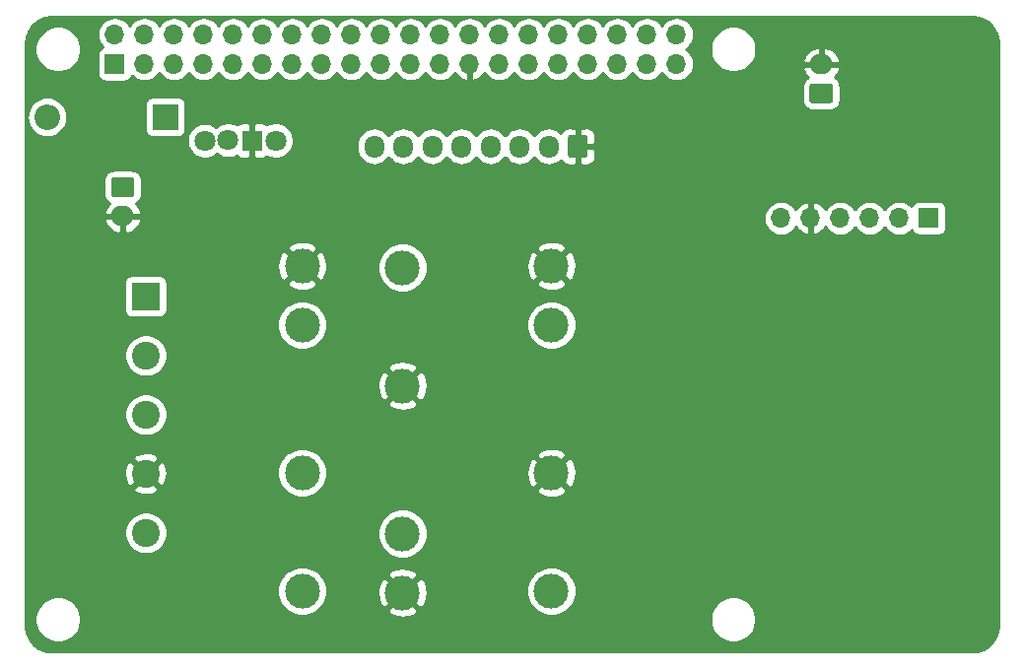
<source format=gbr>
G04 #@! TF.GenerationSoftware,KiCad,Pcbnew,(5.1.4-0)*
G04 #@! TF.CreationDate,2019-09-27T20:11:36-04:00*
G04 #@! TF.ProjectId,Pi_HAT_MACHINECLIENT,50695f48-4154-45f4-9d41-4348494e4543,rev?*
G04 #@! TF.SameCoordinates,Original*
G04 #@! TF.FileFunction,Copper,L2,Bot*
G04 #@! TF.FilePolarity,Positive*
%FSLAX46Y46*%
G04 Gerber Fmt 4.6, Leading zero omitted, Abs format (unit mm)*
G04 Created by KiCad (PCBNEW (5.1.4-0)) date 2019-09-27 20:11:36*
%MOMM*%
%LPD*%
G04 APERTURE LIST*
%ADD10C,1.800000*%
%ADD11R,1.800000X1.800000*%
%ADD12C,3.000000*%
%ADD13C,2.400000*%
%ADD14R,2.400000X2.400000*%
%ADD15C,0.100000*%
%ADD16C,1.700000*%
%ADD17O,2.000000X1.700000*%
%ADD18R,1.700000X1.700000*%
%ADD19O,1.700000X1.700000*%
%ADD20O,1.700000X1.950000*%
%ADD21R,2.200000X2.200000*%
%ADD22O,2.200000X2.200000*%
%ADD23C,0.254000*%
G04 APERTURE END LIST*
D10*
X-7500000Y2310000D03*
X-5510000Y2350000D03*
X-1410000Y2320000D03*
D11*
X-3450000Y2320000D03*
D12*
X859800Y-36400000D03*
X859800Y-26240000D03*
X859800Y-13540000D03*
X859800Y-8460000D03*
X9477000Y-8600000D03*
X9477000Y-18760000D03*
X9477000Y-31460000D03*
X9477000Y-36540000D03*
X22272500Y-36400000D03*
X22272500Y-26240000D03*
X22272500Y-13540000D03*
X22272500Y-8460000D03*
D13*
X-12580000Y-31394400D03*
X-12580000Y-26314400D03*
X-12580000Y-21234400D03*
X-12580000Y-16154400D03*
D14*
X-12580000Y-11074400D03*
D15*
G36*
X46224504Y7218796D02*
G01*
X46248773Y7215196D01*
X46272571Y7209235D01*
X46295671Y7200970D01*
X46317849Y7190480D01*
X46338893Y7177867D01*
X46358598Y7163253D01*
X46376777Y7146777D01*
X46393253Y7128598D01*
X46407867Y7108893D01*
X46420480Y7087849D01*
X46430970Y7065671D01*
X46439235Y7042571D01*
X46445196Y7018773D01*
X46448796Y6994504D01*
X46450000Y6970000D01*
X46450000Y5770000D01*
X46448796Y5745496D01*
X46445196Y5721227D01*
X46439235Y5697429D01*
X46430970Y5674329D01*
X46420480Y5652151D01*
X46407867Y5631107D01*
X46393253Y5611402D01*
X46376777Y5593223D01*
X46358598Y5576747D01*
X46338893Y5562133D01*
X46317849Y5549520D01*
X46295671Y5539030D01*
X46272571Y5530765D01*
X46248773Y5524804D01*
X46224504Y5521204D01*
X46200000Y5520000D01*
X44700000Y5520000D01*
X44675496Y5521204D01*
X44651227Y5524804D01*
X44627429Y5530765D01*
X44604329Y5539030D01*
X44582151Y5549520D01*
X44561107Y5562133D01*
X44541402Y5576747D01*
X44523223Y5593223D01*
X44506747Y5611402D01*
X44492133Y5631107D01*
X44479520Y5652151D01*
X44469030Y5674329D01*
X44460765Y5697429D01*
X44454804Y5721227D01*
X44451204Y5745496D01*
X44450000Y5770000D01*
X44450000Y6970000D01*
X44451204Y6994504D01*
X44454804Y7018773D01*
X44460765Y7042571D01*
X44469030Y7065671D01*
X44479520Y7087849D01*
X44492133Y7108893D01*
X44506747Y7128598D01*
X44523223Y7146777D01*
X44541402Y7163253D01*
X44561107Y7177867D01*
X44582151Y7190480D01*
X44604329Y7200970D01*
X44627429Y7209235D01*
X44651227Y7215196D01*
X44675496Y7218796D01*
X44700000Y7220000D01*
X46200000Y7220000D01*
X46224504Y7218796D01*
X46224504Y7218796D01*
G37*
D16*
X45450000Y6370000D03*
D17*
X45450000Y8870000D03*
D18*
X54698900Y-4356100D03*
D19*
X52158900Y-4356100D03*
X49618900Y-4356100D03*
X47078900Y-4356100D03*
X44538900Y-4356100D03*
X41998900Y-4356100D03*
D15*
G36*
X25160904Y2786596D02*
G01*
X25185173Y2782996D01*
X25208971Y2777035D01*
X25232071Y2768770D01*
X25254249Y2758280D01*
X25275293Y2745667D01*
X25294998Y2731053D01*
X25313177Y2714577D01*
X25329653Y2696398D01*
X25344267Y2676693D01*
X25356880Y2655649D01*
X25367370Y2633471D01*
X25375635Y2610371D01*
X25381596Y2586573D01*
X25385196Y2562304D01*
X25386400Y2537800D01*
X25386400Y1087800D01*
X25385196Y1063296D01*
X25381596Y1039027D01*
X25375635Y1015229D01*
X25367370Y992129D01*
X25356880Y969951D01*
X25344267Y948907D01*
X25329653Y929202D01*
X25313177Y911023D01*
X25294998Y894547D01*
X25275293Y879933D01*
X25254249Y867320D01*
X25232071Y856830D01*
X25208971Y848565D01*
X25185173Y842604D01*
X25160904Y839004D01*
X25136400Y837800D01*
X23936400Y837800D01*
X23911896Y839004D01*
X23887627Y842604D01*
X23863829Y848565D01*
X23840729Y856830D01*
X23818551Y867320D01*
X23797507Y879933D01*
X23777802Y894547D01*
X23759623Y911023D01*
X23743147Y929202D01*
X23728533Y948907D01*
X23715920Y969951D01*
X23705430Y992129D01*
X23697165Y1015229D01*
X23691204Y1039027D01*
X23687604Y1063296D01*
X23686400Y1087800D01*
X23686400Y2537800D01*
X23687604Y2562304D01*
X23691204Y2586573D01*
X23697165Y2610371D01*
X23705430Y2633471D01*
X23715920Y2655649D01*
X23728533Y2676693D01*
X23743147Y2696398D01*
X23759623Y2714577D01*
X23777802Y2731053D01*
X23797507Y2745667D01*
X23818551Y2758280D01*
X23840729Y2768770D01*
X23863829Y2777035D01*
X23887627Y2782996D01*
X23911896Y2786596D01*
X23936400Y2787800D01*
X25136400Y2787800D01*
X25160904Y2786596D01*
X25160904Y2786596D01*
G37*
D16*
X24536400Y1812800D03*
D20*
X22036400Y1812800D03*
X19536400Y1812800D03*
X17036400Y1812800D03*
X14536400Y1812800D03*
X12036400Y1812800D03*
X9536400Y1812800D03*
X7036400Y1812800D03*
D17*
X-14560000Y-4190000D03*
D15*
G36*
X-13785496Y-841204D02*
G01*
X-13761227Y-844804D01*
X-13737429Y-850765D01*
X-13714329Y-859030D01*
X-13692151Y-869520D01*
X-13671107Y-882133D01*
X-13651402Y-896747D01*
X-13633223Y-913223D01*
X-13616747Y-931402D01*
X-13602133Y-951107D01*
X-13589520Y-972151D01*
X-13579030Y-994329D01*
X-13570765Y-1017429D01*
X-13564804Y-1041227D01*
X-13561204Y-1065496D01*
X-13560000Y-1090000D01*
X-13560000Y-2290000D01*
X-13561204Y-2314504D01*
X-13564804Y-2338773D01*
X-13570765Y-2362571D01*
X-13579030Y-2385671D01*
X-13589520Y-2407849D01*
X-13602133Y-2428893D01*
X-13616747Y-2448598D01*
X-13633223Y-2466777D01*
X-13651402Y-2483253D01*
X-13671107Y-2497867D01*
X-13692151Y-2510480D01*
X-13714329Y-2520970D01*
X-13737429Y-2529235D01*
X-13761227Y-2535196D01*
X-13785496Y-2538796D01*
X-13810000Y-2540000D01*
X-15310000Y-2540000D01*
X-15334504Y-2538796D01*
X-15358773Y-2535196D01*
X-15382571Y-2529235D01*
X-15405671Y-2520970D01*
X-15427849Y-2510480D01*
X-15448893Y-2497867D01*
X-15468598Y-2483253D01*
X-15486777Y-2466777D01*
X-15503253Y-2448598D01*
X-15517867Y-2428893D01*
X-15530480Y-2407849D01*
X-15540970Y-2385671D01*
X-15549235Y-2362571D01*
X-15555196Y-2338773D01*
X-15558796Y-2314504D01*
X-15560000Y-2290000D01*
X-15560000Y-1090000D01*
X-15558796Y-1065496D01*
X-15555196Y-1041227D01*
X-15549235Y-1017429D01*
X-15540970Y-994329D01*
X-15530480Y-972151D01*
X-15517867Y-951107D01*
X-15503253Y-931402D01*
X-15486777Y-913223D01*
X-15468598Y-896747D01*
X-15448893Y-882133D01*
X-15427849Y-869520D01*
X-15405671Y-859030D01*
X-15382571Y-850765D01*
X-15358773Y-844804D01*
X-15334504Y-841204D01*
X-15310000Y-840000D01*
X-13810000Y-840000D01*
X-13785496Y-841204D01*
X-13785496Y-841204D01*
G37*
D16*
X-14560000Y-1690000D03*
D19*
X33020000Y11430000D03*
X33020000Y8890000D03*
X30480000Y11430000D03*
X30480000Y8890000D03*
X27940000Y11430000D03*
X27940000Y8890000D03*
X25400000Y11430000D03*
X25400000Y8890000D03*
X22860000Y11430000D03*
X22860000Y8890000D03*
X20320000Y11430000D03*
X20320000Y8890000D03*
X17780000Y11430000D03*
X17780000Y8890000D03*
X15240000Y11430000D03*
X15240000Y8890000D03*
X12700000Y11430000D03*
X12700000Y8890000D03*
X10160000Y11430000D03*
X10160000Y8890000D03*
X7620000Y11430000D03*
X7620000Y8890000D03*
X5080000Y11430000D03*
X5080000Y8890000D03*
X2540000Y11430000D03*
X2540000Y8890000D03*
X0Y11430000D03*
X0Y8890000D03*
X-2540000Y11430000D03*
X-2540000Y8890000D03*
X-5080000Y11430000D03*
X-5080000Y8890000D03*
X-7620000Y11430000D03*
X-7620000Y8890000D03*
X-10160000Y11430000D03*
X-10160000Y8890000D03*
X-12700000Y11430000D03*
X-12700000Y8890000D03*
X-15240000Y11430000D03*
D18*
X-15240000Y8890000D03*
D21*
X-10890000Y4340000D03*
D22*
X-21050000Y4340000D03*
D23*
G36*
X58469637Y12923352D02*
G01*
X58617071Y12913316D01*
X58757650Y12894893D01*
X58883919Y12870590D01*
X59005622Y12839928D01*
X59121179Y12803954D01*
X59231620Y12763003D01*
X59337219Y12717479D01*
X59440085Y12666754D01*
X59542034Y12609813D01*
X59636246Y12550791D01*
X59725208Y12488859D01*
X59811595Y12422368D01*
X59894410Y12352074D01*
X59976700Y12275064D01*
X60053672Y12195636D01*
X60125275Y12114278D01*
X60192303Y12030422D01*
X60257343Y11940529D01*
X60318145Y11847209D01*
X60373796Y11751898D01*
X60425876Y11651614D01*
X60473657Y11546983D01*
X60516756Y11438027D01*
X60554738Y11324893D01*
X60587698Y11205639D01*
X60614843Y11080437D01*
X60635707Y10946986D01*
X60648887Y10807960D01*
X60653983Y10648254D01*
X60653983Y-39333639D01*
X60652909Y-39404004D01*
X60643695Y-39553266D01*
X60627035Y-39688110D01*
X60602650Y-39820101D01*
X60572714Y-39942176D01*
X60537326Y-40058352D01*
X60496576Y-40170198D01*
X60449946Y-40279759D01*
X60400457Y-40381196D01*
X60346893Y-40478402D01*
X60288781Y-40572611D01*
X60223993Y-40666837D01*
X60153331Y-40759233D01*
X60082186Y-40843258D01*
X60005166Y-40925701D01*
X59928603Y-41000136D01*
X59848519Y-41070997D01*
X59762023Y-41140456D01*
X59672627Y-41205359D01*
X59576485Y-41268134D01*
X59480960Y-41323938D01*
X59380709Y-41376015D01*
X59276078Y-41423811D01*
X59167115Y-41466927D01*
X59054082Y-41504887D01*
X58933237Y-41538258D01*
X58809632Y-41565027D01*
X58676077Y-41585914D01*
X58536473Y-41599140D01*
X58377310Y-41604204D01*
X-20602821Y-41604204D01*
X-20690709Y-41602576D01*
X-20838106Y-41592509D01*
X-20978130Y-41574137D01*
X-21104404Y-41549827D01*
X-21226086Y-41519160D01*
X-21341622Y-41483183D01*
X-21452057Y-41442223D01*
X-21557653Y-41396690D01*
X-21660532Y-41345948D01*
X-21762473Y-41289003D01*
X-21856689Y-41229971D01*
X-21945668Y-41168023D01*
X-22032137Y-41101462D01*
X-22113909Y-41032090D01*
X-22196167Y-40955209D01*
X-22270615Y-40878616D01*
X-22341550Y-40798430D01*
X-22410207Y-40712965D01*
X-22473632Y-40625779D01*
X-22538742Y-40526205D01*
X-22594398Y-40430919D01*
X-22646476Y-40330656D01*
X-22694268Y-40226022D01*
X-22737373Y-40117078D01*
X-22775316Y-40004094D01*
X-22808774Y-39882881D01*
X-22835828Y-39757670D01*
X-22856328Y-39626259D01*
X-22869520Y-39487158D01*
X-22874618Y-39327479D01*
X-22874618Y-38641095D01*
X-22094746Y-38641095D01*
X-22094746Y-39032105D01*
X-22018464Y-39415603D01*
X-21868831Y-39776850D01*
X-21651597Y-40101964D01*
X-21375110Y-40378451D01*
X-21049996Y-40595685D01*
X-20688749Y-40745318D01*
X-20305251Y-40821600D01*
X-19914241Y-40821600D01*
X-19530743Y-40745318D01*
X-19169496Y-40595685D01*
X-18844382Y-40378451D01*
X-18567895Y-40101964D01*
X-18350661Y-39776850D01*
X-18201028Y-39415603D01*
X-18124746Y-39032105D01*
X-18124746Y-38641095D01*
X-18201028Y-38257597D01*
X-18350661Y-37896350D01*
X-18567895Y-37571236D01*
X-18844382Y-37294749D01*
X-19169496Y-37077515D01*
X-19530743Y-36927882D01*
X-19914241Y-36851600D01*
X-20305251Y-36851600D01*
X-20688749Y-36927882D01*
X-21049996Y-37077515D01*
X-21375110Y-37294749D01*
X-21651597Y-37571236D01*
X-21868831Y-37896350D01*
X-22018464Y-38257597D01*
X-22094746Y-38641095D01*
X-22874618Y-38641095D01*
X-22874618Y-36189721D01*
X-1275200Y-36189721D01*
X-1275200Y-36610279D01*
X-1193153Y-37022756D01*
X-1032212Y-37411302D01*
X-798563Y-37760983D01*
X-501183Y-38058363D01*
X-151502Y-38292012D01*
X237044Y-38452953D01*
X649521Y-38535000D01*
X1070079Y-38535000D01*
X1482556Y-38452953D01*
X1871102Y-38292012D01*
X2220783Y-38058363D01*
X2247493Y-38031653D01*
X8164952Y-38031653D01*
X8320962Y-38347214D01*
X8695745Y-38538020D01*
X9100551Y-38652044D01*
X9519824Y-38684902D01*
X9888912Y-38641095D01*
X35906154Y-38641095D01*
X35906154Y-39032105D01*
X35982436Y-39415603D01*
X36132069Y-39776850D01*
X36349303Y-40101964D01*
X36625790Y-40378451D01*
X36950904Y-40595685D01*
X37312151Y-40745318D01*
X37695649Y-40821600D01*
X38086659Y-40821600D01*
X38470157Y-40745318D01*
X38831404Y-40595685D01*
X39156518Y-40378451D01*
X39433005Y-40101964D01*
X39650239Y-39776850D01*
X39799872Y-39415603D01*
X39876154Y-39032105D01*
X39876154Y-38641095D01*
X39799872Y-38257597D01*
X39650239Y-37896350D01*
X39433005Y-37571236D01*
X39156518Y-37294749D01*
X38831404Y-37077515D01*
X38470157Y-36927882D01*
X38086659Y-36851600D01*
X37695649Y-36851600D01*
X37312151Y-36927882D01*
X36950904Y-37077515D01*
X36625790Y-37294749D01*
X36349303Y-37571236D01*
X36132069Y-37896350D01*
X35982436Y-38257597D01*
X35906154Y-38641095D01*
X9888912Y-38641095D01*
X9937451Y-38635334D01*
X10337383Y-38505243D01*
X10633038Y-38347214D01*
X10789048Y-38031653D01*
X9477000Y-36719605D01*
X8164952Y-38031653D01*
X2247493Y-38031653D01*
X2518163Y-37760983D01*
X2751812Y-37411302D01*
X2912753Y-37022756D01*
X2994800Y-36610279D01*
X2994800Y-36582824D01*
X7332098Y-36582824D01*
X7381666Y-37000451D01*
X7511757Y-37400383D01*
X7669786Y-37696038D01*
X7985347Y-37852048D01*
X9297395Y-36540000D01*
X9656605Y-36540000D01*
X10968653Y-37852048D01*
X11284214Y-37696038D01*
X11475020Y-37321255D01*
X11589044Y-36916449D01*
X11621902Y-36497176D01*
X11585411Y-36189721D01*
X20137500Y-36189721D01*
X20137500Y-36610279D01*
X20219547Y-37022756D01*
X20380488Y-37411302D01*
X20614137Y-37760983D01*
X20911517Y-38058363D01*
X21261198Y-38292012D01*
X21649744Y-38452953D01*
X22062221Y-38535000D01*
X22482779Y-38535000D01*
X22895256Y-38452953D01*
X23283802Y-38292012D01*
X23633483Y-38058363D01*
X23930863Y-37760983D01*
X24164512Y-37411302D01*
X24325453Y-37022756D01*
X24407500Y-36610279D01*
X24407500Y-36189721D01*
X24325453Y-35777244D01*
X24164512Y-35388698D01*
X23930863Y-35039017D01*
X23633483Y-34741637D01*
X23283802Y-34507988D01*
X22895256Y-34347047D01*
X22482779Y-34265000D01*
X22062221Y-34265000D01*
X21649744Y-34347047D01*
X21261198Y-34507988D01*
X20911517Y-34741637D01*
X20614137Y-35039017D01*
X20380488Y-35388698D01*
X20219547Y-35777244D01*
X20137500Y-36189721D01*
X11585411Y-36189721D01*
X11572334Y-36079549D01*
X11442243Y-35679617D01*
X11284214Y-35383962D01*
X10968653Y-35227952D01*
X9656605Y-36540000D01*
X9297395Y-36540000D01*
X7985347Y-35227952D01*
X7669786Y-35383962D01*
X7478980Y-35758745D01*
X7364956Y-36163551D01*
X7332098Y-36582824D01*
X2994800Y-36582824D01*
X2994800Y-36189721D01*
X2912753Y-35777244D01*
X2751812Y-35388698D01*
X2524398Y-35048347D01*
X8164952Y-35048347D01*
X9477000Y-36360395D01*
X10789048Y-35048347D01*
X10633038Y-34732786D01*
X10258255Y-34541980D01*
X9853449Y-34427956D01*
X9434176Y-34395098D01*
X9016549Y-34444666D01*
X8616617Y-34574757D01*
X8320962Y-34732786D01*
X8164952Y-35048347D01*
X2524398Y-35048347D01*
X2518163Y-35039017D01*
X2220783Y-34741637D01*
X1871102Y-34507988D01*
X1482556Y-34347047D01*
X1070079Y-34265000D01*
X649521Y-34265000D01*
X237044Y-34347047D01*
X-151502Y-34507988D01*
X-501183Y-34741637D01*
X-798563Y-35039017D01*
X-1032212Y-35388698D01*
X-1193153Y-35777244D01*
X-1275200Y-36189721D01*
X-22874618Y-36189721D01*
X-22874618Y-31213668D01*
X-14415000Y-31213668D01*
X-14415000Y-31575132D01*
X-14344482Y-31929650D01*
X-14206156Y-32263599D01*
X-14005338Y-32564144D01*
X-13749744Y-32819738D01*
X-13449199Y-33020556D01*
X-13115250Y-33158882D01*
X-12760732Y-33229400D01*
X-12399268Y-33229400D01*
X-12044750Y-33158882D01*
X-11710801Y-33020556D01*
X-11410256Y-32819738D01*
X-11154662Y-32564144D01*
X-10953844Y-32263599D01*
X-10815518Y-31929650D01*
X-10745000Y-31575132D01*
X-10745000Y-31249721D01*
X7342000Y-31249721D01*
X7342000Y-31670279D01*
X7424047Y-32082756D01*
X7584988Y-32471302D01*
X7818637Y-32820983D01*
X8116017Y-33118363D01*
X8465698Y-33352012D01*
X8854244Y-33512953D01*
X9266721Y-33595000D01*
X9687279Y-33595000D01*
X10099756Y-33512953D01*
X10488302Y-33352012D01*
X10837983Y-33118363D01*
X11135363Y-32820983D01*
X11369012Y-32471302D01*
X11529953Y-32082756D01*
X11612000Y-31670279D01*
X11612000Y-31249721D01*
X11529953Y-30837244D01*
X11369012Y-30448698D01*
X11135363Y-30099017D01*
X10837983Y-29801637D01*
X10488302Y-29567988D01*
X10099756Y-29407047D01*
X9687279Y-29325000D01*
X9266721Y-29325000D01*
X8854244Y-29407047D01*
X8465698Y-29567988D01*
X8116017Y-29801637D01*
X7818637Y-30099017D01*
X7584988Y-30448698D01*
X7424047Y-30837244D01*
X7342000Y-31249721D01*
X-10745000Y-31249721D01*
X-10745000Y-31213668D01*
X-10815518Y-30859150D01*
X-10953844Y-30525201D01*
X-11154662Y-30224656D01*
X-11410256Y-29969062D01*
X-11710801Y-29768244D01*
X-12044750Y-29629918D01*
X-12399268Y-29559400D01*
X-12760732Y-29559400D01*
X-13115250Y-29629918D01*
X-13449199Y-29768244D01*
X-13749744Y-29969062D01*
X-14005338Y-30224656D01*
X-14206156Y-30525201D01*
X-14344482Y-30859150D01*
X-14415000Y-31213668D01*
X-22874618Y-31213668D01*
X-22874618Y-27592380D01*
X-13678374Y-27592380D01*
X-13558486Y-27877236D01*
X-13234790Y-28038099D01*
X-12885931Y-28132722D01*
X-12525316Y-28157467D01*
X-12166802Y-28111385D01*
X-11824167Y-27996246D01*
X-11601514Y-27877236D01*
X-11481626Y-27592380D01*
X-12580000Y-26494005D01*
X-13678374Y-27592380D01*
X-22874618Y-27592380D01*
X-22874618Y-26369084D01*
X-14423067Y-26369084D01*
X-14376985Y-26727598D01*
X-14261846Y-27070233D01*
X-14142836Y-27292886D01*
X-13857980Y-27412774D01*
X-12759605Y-26314400D01*
X-12400395Y-26314400D01*
X-11302020Y-27412774D01*
X-11017164Y-27292886D01*
X-10856301Y-26969190D01*
X-10761678Y-26620331D01*
X-10736933Y-26259716D01*
X-10766495Y-26029721D01*
X-1275200Y-26029721D01*
X-1275200Y-26450279D01*
X-1193153Y-26862756D01*
X-1032212Y-27251302D01*
X-798563Y-27600983D01*
X-501183Y-27898363D01*
X-151502Y-28132012D01*
X237044Y-28292953D01*
X649521Y-28375000D01*
X1070079Y-28375000D01*
X1482556Y-28292953D01*
X1871102Y-28132012D01*
X2220783Y-27898363D01*
X2387493Y-27731653D01*
X20960452Y-27731653D01*
X21116462Y-28047214D01*
X21491245Y-28238020D01*
X21896051Y-28352044D01*
X22315324Y-28384902D01*
X22732951Y-28335334D01*
X23132883Y-28205243D01*
X23428538Y-28047214D01*
X23584548Y-27731653D01*
X22272500Y-26419605D01*
X20960452Y-27731653D01*
X2387493Y-27731653D01*
X2518163Y-27600983D01*
X2751812Y-27251302D01*
X2912753Y-26862756D01*
X2994800Y-26450279D01*
X2994800Y-26282824D01*
X20127598Y-26282824D01*
X20177166Y-26700451D01*
X20307257Y-27100383D01*
X20465286Y-27396038D01*
X20780847Y-27552048D01*
X22092895Y-26240000D01*
X22452105Y-26240000D01*
X23764153Y-27552048D01*
X24079714Y-27396038D01*
X24270520Y-27021255D01*
X24384544Y-26616449D01*
X24417402Y-26197176D01*
X24367834Y-25779549D01*
X24237743Y-25379617D01*
X24079714Y-25083962D01*
X23764153Y-24927952D01*
X22452105Y-26240000D01*
X22092895Y-26240000D01*
X20780847Y-24927952D01*
X20465286Y-25083962D01*
X20274480Y-25458745D01*
X20160456Y-25863551D01*
X20127598Y-26282824D01*
X2994800Y-26282824D01*
X2994800Y-26029721D01*
X2912753Y-25617244D01*
X2751812Y-25228698D01*
X2518163Y-24879017D01*
X2387493Y-24748347D01*
X20960452Y-24748347D01*
X22272500Y-26060395D01*
X23584548Y-24748347D01*
X23428538Y-24432786D01*
X23053755Y-24241980D01*
X22648949Y-24127956D01*
X22229676Y-24095098D01*
X21812049Y-24144666D01*
X21412117Y-24274757D01*
X21116462Y-24432786D01*
X20960452Y-24748347D01*
X2387493Y-24748347D01*
X2220783Y-24581637D01*
X1871102Y-24347988D01*
X1482556Y-24187047D01*
X1070079Y-24105000D01*
X649521Y-24105000D01*
X237044Y-24187047D01*
X-151502Y-24347988D01*
X-501183Y-24581637D01*
X-798563Y-24879017D01*
X-1032212Y-25228698D01*
X-1193153Y-25617244D01*
X-1275200Y-26029721D01*
X-10766495Y-26029721D01*
X-10783015Y-25901202D01*
X-10898154Y-25558567D01*
X-11017164Y-25335914D01*
X-11302020Y-25216026D01*
X-12400395Y-26314400D01*
X-12759605Y-26314400D01*
X-13857980Y-25216026D01*
X-14142836Y-25335914D01*
X-14303699Y-25659610D01*
X-14398322Y-26008469D01*
X-14423067Y-26369084D01*
X-22874618Y-26369084D01*
X-22874618Y-25036420D01*
X-13678374Y-25036420D01*
X-12580000Y-26134795D01*
X-11481626Y-25036420D01*
X-11601514Y-24751564D01*
X-11925210Y-24590701D01*
X-12274069Y-24496078D01*
X-12634684Y-24471333D01*
X-12993198Y-24517415D01*
X-13335833Y-24632554D01*
X-13558486Y-24751564D01*
X-13678374Y-25036420D01*
X-22874618Y-25036420D01*
X-22874618Y-21053668D01*
X-14415000Y-21053668D01*
X-14415000Y-21415132D01*
X-14344482Y-21769650D01*
X-14206156Y-22103599D01*
X-14005338Y-22404144D01*
X-13749744Y-22659738D01*
X-13449199Y-22860556D01*
X-13115250Y-22998882D01*
X-12760732Y-23069400D01*
X-12399268Y-23069400D01*
X-12044750Y-22998882D01*
X-11710801Y-22860556D01*
X-11410256Y-22659738D01*
X-11154662Y-22404144D01*
X-10953844Y-22103599D01*
X-10815518Y-21769650D01*
X-10745000Y-21415132D01*
X-10745000Y-21053668D01*
X-10815518Y-20699150D01*
X-10953844Y-20365201D01*
X-11029714Y-20251653D01*
X8164952Y-20251653D01*
X8320962Y-20567214D01*
X8695745Y-20758020D01*
X9100551Y-20872044D01*
X9519824Y-20904902D01*
X9937451Y-20855334D01*
X10337383Y-20725243D01*
X10633038Y-20567214D01*
X10789048Y-20251653D01*
X9477000Y-18939605D01*
X8164952Y-20251653D01*
X-11029714Y-20251653D01*
X-11154662Y-20064656D01*
X-11410256Y-19809062D01*
X-11710801Y-19608244D01*
X-12044750Y-19469918D01*
X-12399268Y-19399400D01*
X-12760732Y-19399400D01*
X-13115250Y-19469918D01*
X-13449199Y-19608244D01*
X-13749744Y-19809062D01*
X-14005338Y-20064656D01*
X-14206156Y-20365201D01*
X-14344482Y-20699150D01*
X-14415000Y-21053668D01*
X-22874618Y-21053668D01*
X-22874618Y-18802824D01*
X7332098Y-18802824D01*
X7381666Y-19220451D01*
X7511757Y-19620383D01*
X7669786Y-19916038D01*
X7985347Y-20072048D01*
X9297395Y-18760000D01*
X9656605Y-18760000D01*
X10968653Y-20072048D01*
X11284214Y-19916038D01*
X11475020Y-19541255D01*
X11589044Y-19136449D01*
X11621902Y-18717176D01*
X11572334Y-18299549D01*
X11442243Y-17899617D01*
X11284214Y-17603962D01*
X10968653Y-17447952D01*
X9656605Y-18760000D01*
X9297395Y-18760000D01*
X7985347Y-17447952D01*
X7669786Y-17603962D01*
X7478980Y-17978745D01*
X7364956Y-18383551D01*
X7332098Y-18802824D01*
X-22874618Y-18802824D01*
X-22874618Y-15973668D01*
X-14415000Y-15973668D01*
X-14415000Y-16335132D01*
X-14344482Y-16689650D01*
X-14206156Y-17023599D01*
X-14005338Y-17324144D01*
X-13749744Y-17579738D01*
X-13449199Y-17780556D01*
X-13115250Y-17918882D01*
X-12760732Y-17989400D01*
X-12399268Y-17989400D01*
X-12044750Y-17918882D01*
X-11710801Y-17780556D01*
X-11410256Y-17579738D01*
X-11154662Y-17324144D01*
X-11117380Y-17268347D01*
X8164952Y-17268347D01*
X9477000Y-18580395D01*
X10789048Y-17268347D01*
X10633038Y-16952786D01*
X10258255Y-16761980D01*
X9853449Y-16647956D01*
X9434176Y-16615098D01*
X9016549Y-16664666D01*
X8616617Y-16794757D01*
X8320962Y-16952786D01*
X8164952Y-17268347D01*
X-11117380Y-17268347D01*
X-10953844Y-17023599D01*
X-10815518Y-16689650D01*
X-10745000Y-16335132D01*
X-10745000Y-15973668D01*
X-10815518Y-15619150D01*
X-10953844Y-15285201D01*
X-11154662Y-14984656D01*
X-11410256Y-14729062D01*
X-11710801Y-14528244D01*
X-12044750Y-14389918D01*
X-12399268Y-14319400D01*
X-12760732Y-14319400D01*
X-13115250Y-14389918D01*
X-13449199Y-14528244D01*
X-13749744Y-14729062D01*
X-14005338Y-14984656D01*
X-14206156Y-15285201D01*
X-14344482Y-15619150D01*
X-14415000Y-15973668D01*
X-22874618Y-15973668D01*
X-22874618Y-13329721D01*
X-1275200Y-13329721D01*
X-1275200Y-13750279D01*
X-1193153Y-14162756D01*
X-1032212Y-14551302D01*
X-798563Y-14900983D01*
X-501183Y-15198363D01*
X-151502Y-15432012D01*
X237044Y-15592953D01*
X649521Y-15675000D01*
X1070079Y-15675000D01*
X1482556Y-15592953D01*
X1871102Y-15432012D01*
X2220783Y-15198363D01*
X2518163Y-14900983D01*
X2751812Y-14551302D01*
X2912753Y-14162756D01*
X2994800Y-13750279D01*
X2994800Y-13329721D01*
X20137500Y-13329721D01*
X20137500Y-13750279D01*
X20219547Y-14162756D01*
X20380488Y-14551302D01*
X20614137Y-14900983D01*
X20911517Y-15198363D01*
X21261198Y-15432012D01*
X21649744Y-15592953D01*
X22062221Y-15675000D01*
X22482779Y-15675000D01*
X22895256Y-15592953D01*
X23283802Y-15432012D01*
X23633483Y-15198363D01*
X23930863Y-14900983D01*
X24164512Y-14551302D01*
X24325453Y-14162756D01*
X24407500Y-13750279D01*
X24407500Y-13329721D01*
X24325453Y-12917244D01*
X24164512Y-12528698D01*
X23930863Y-12179017D01*
X23633483Y-11881637D01*
X23283802Y-11647988D01*
X22895256Y-11487047D01*
X22482779Y-11405000D01*
X22062221Y-11405000D01*
X21649744Y-11487047D01*
X21261198Y-11647988D01*
X20911517Y-11881637D01*
X20614137Y-12179017D01*
X20380488Y-12528698D01*
X20219547Y-12917244D01*
X20137500Y-13329721D01*
X2994800Y-13329721D01*
X2912753Y-12917244D01*
X2751812Y-12528698D01*
X2518163Y-12179017D01*
X2220783Y-11881637D01*
X1871102Y-11647988D01*
X1482556Y-11487047D01*
X1070079Y-11405000D01*
X649521Y-11405000D01*
X237044Y-11487047D01*
X-151502Y-11647988D01*
X-501183Y-11881637D01*
X-798563Y-12179017D01*
X-1032212Y-12528698D01*
X-1193153Y-12917244D01*
X-1275200Y-13329721D01*
X-22874618Y-13329721D01*
X-22874618Y-9874400D01*
X-14418072Y-9874400D01*
X-14418072Y-12274400D01*
X-14405812Y-12398882D01*
X-14369502Y-12518580D01*
X-14310537Y-12628894D01*
X-14231185Y-12725585D01*
X-14134494Y-12804937D01*
X-14024180Y-12863902D01*
X-13904482Y-12900212D01*
X-13780000Y-12912472D01*
X-11380000Y-12912472D01*
X-11255518Y-12900212D01*
X-11135820Y-12863902D01*
X-11025506Y-12804937D01*
X-10928815Y-12725585D01*
X-10849463Y-12628894D01*
X-10790498Y-12518580D01*
X-10754188Y-12398882D01*
X-10741928Y-12274400D01*
X-10741928Y-9951653D01*
X-452248Y-9951653D01*
X-296238Y-10267214D01*
X78545Y-10458020D01*
X483351Y-10572044D01*
X902624Y-10604902D01*
X1320251Y-10555334D01*
X1720183Y-10425243D01*
X2015838Y-10267214D01*
X2171848Y-9951653D01*
X859800Y-8639605D01*
X-452248Y-9951653D01*
X-10741928Y-9951653D01*
X-10741928Y-9874400D01*
X-10754188Y-9749918D01*
X-10790498Y-9630220D01*
X-10849463Y-9519906D01*
X-10928815Y-9423215D01*
X-11025506Y-9343863D01*
X-11135820Y-9284898D01*
X-11255518Y-9248588D01*
X-11380000Y-9236328D01*
X-13780000Y-9236328D01*
X-13904482Y-9248588D01*
X-14024180Y-9284898D01*
X-14134494Y-9343863D01*
X-14231185Y-9423215D01*
X-14310537Y-9519906D01*
X-14369502Y-9630220D01*
X-14405812Y-9749918D01*
X-14418072Y-9874400D01*
X-22874618Y-9874400D01*
X-22874618Y-8502824D01*
X-1285102Y-8502824D01*
X-1235534Y-8920451D01*
X-1105443Y-9320383D01*
X-947414Y-9616038D01*
X-631853Y-9772048D01*
X680195Y-8460000D01*
X1039405Y-8460000D01*
X2351453Y-9772048D01*
X2667014Y-9616038D01*
X2857820Y-9241255D01*
X2971844Y-8836449D01*
X3004702Y-8417176D01*
X3001444Y-8389721D01*
X7342000Y-8389721D01*
X7342000Y-8810279D01*
X7424047Y-9222756D01*
X7584988Y-9611302D01*
X7818637Y-9960983D01*
X8116017Y-10258363D01*
X8465698Y-10492012D01*
X8854244Y-10652953D01*
X9266721Y-10735000D01*
X9687279Y-10735000D01*
X10099756Y-10652953D01*
X10488302Y-10492012D01*
X10837983Y-10258363D01*
X11135363Y-9960983D01*
X11141597Y-9951653D01*
X20960452Y-9951653D01*
X21116462Y-10267214D01*
X21491245Y-10458020D01*
X21896051Y-10572044D01*
X22315324Y-10604902D01*
X22732951Y-10555334D01*
X23132883Y-10425243D01*
X23428538Y-10267214D01*
X23584548Y-9951653D01*
X22272500Y-8639605D01*
X20960452Y-9951653D01*
X11141597Y-9951653D01*
X11369012Y-9611302D01*
X11529953Y-9222756D01*
X11612000Y-8810279D01*
X11612000Y-8502824D01*
X20127598Y-8502824D01*
X20177166Y-8920451D01*
X20307257Y-9320383D01*
X20465286Y-9616038D01*
X20780847Y-9772048D01*
X22092895Y-8460000D01*
X22452105Y-8460000D01*
X23764153Y-9772048D01*
X24079714Y-9616038D01*
X24270520Y-9241255D01*
X24384544Y-8836449D01*
X24417402Y-8417176D01*
X24367834Y-7999549D01*
X24237743Y-7599617D01*
X24079714Y-7303962D01*
X23764153Y-7147952D01*
X22452105Y-8460000D01*
X22092895Y-8460000D01*
X20780847Y-7147952D01*
X20465286Y-7303962D01*
X20274480Y-7678745D01*
X20160456Y-8083551D01*
X20127598Y-8502824D01*
X11612000Y-8502824D01*
X11612000Y-8389721D01*
X11529953Y-7977244D01*
X11369012Y-7588698D01*
X11135363Y-7239017D01*
X10864693Y-6968347D01*
X20960452Y-6968347D01*
X22272500Y-8280395D01*
X23584548Y-6968347D01*
X23428538Y-6652786D01*
X23053755Y-6461980D01*
X22648949Y-6347956D01*
X22229676Y-6315098D01*
X21812049Y-6364666D01*
X21412117Y-6494757D01*
X21116462Y-6652786D01*
X20960452Y-6968347D01*
X10864693Y-6968347D01*
X10837983Y-6941637D01*
X10488302Y-6707988D01*
X10099756Y-6547047D01*
X9687279Y-6465000D01*
X9266721Y-6465000D01*
X8854244Y-6547047D01*
X8465698Y-6707988D01*
X8116017Y-6941637D01*
X7818637Y-7239017D01*
X7584988Y-7588698D01*
X7424047Y-7977244D01*
X7342000Y-8389721D01*
X3001444Y-8389721D01*
X2955134Y-7999549D01*
X2825043Y-7599617D01*
X2667014Y-7303962D01*
X2351453Y-7147952D01*
X1039405Y-8460000D01*
X680195Y-8460000D01*
X-631853Y-7147952D01*
X-947414Y-7303962D01*
X-1138220Y-7678745D01*
X-1252244Y-8083551D01*
X-1285102Y-8502824D01*
X-22874618Y-8502824D01*
X-22874618Y-6968347D01*
X-452248Y-6968347D01*
X859800Y-8280395D01*
X2171848Y-6968347D01*
X2015838Y-6652786D01*
X1641055Y-6461980D01*
X1236249Y-6347956D01*
X816976Y-6315098D01*
X399349Y-6364666D01*
X-583Y-6494757D01*
X-296238Y-6652786D01*
X-452248Y-6968347D01*
X-22874618Y-6968347D01*
X-22874618Y-4546890D01*
X-16151476Y-4546890D01*
X-16149554Y-4559261D01*
X-16049854Y-4833009D01*
X-15898664Y-5082046D01*
X-15701795Y-5296802D01*
X-15466812Y-5469025D01*
X-15202745Y-5592096D01*
X-14919742Y-5661285D01*
X-14687000Y-5517232D01*
X-14687000Y-4317000D01*
X-14433000Y-4317000D01*
X-14433000Y-5517232D01*
X-14200258Y-5661285D01*
X-13917255Y-5592096D01*
X-13653188Y-5469025D01*
X-13418205Y-5296802D01*
X-13221336Y-5082046D01*
X-13070146Y-4833009D01*
X-12970446Y-4559261D01*
X-12968524Y-4546890D01*
X-13069210Y-4356100D01*
X40506715Y-4356100D01*
X40535387Y-4647211D01*
X40620301Y-4927134D01*
X40758194Y-5185114D01*
X40943766Y-5411234D01*
X41169886Y-5596806D01*
X41427866Y-5734699D01*
X41707789Y-5819613D01*
X41925950Y-5841100D01*
X42071850Y-5841100D01*
X42290011Y-5819613D01*
X42569934Y-5734699D01*
X42827914Y-5596806D01*
X43054034Y-5411234D01*
X43239606Y-5185114D01*
X43274101Y-5120577D01*
X43343722Y-5237455D01*
X43538631Y-5453688D01*
X43771980Y-5627741D01*
X44034801Y-5752925D01*
X44182010Y-5797576D01*
X44411900Y-5676255D01*
X44411900Y-4483100D01*
X44391900Y-4483100D01*
X44391900Y-4229100D01*
X44411900Y-4229100D01*
X44411900Y-3035945D01*
X44665900Y-3035945D01*
X44665900Y-4229100D01*
X44685900Y-4229100D01*
X44685900Y-4483100D01*
X44665900Y-4483100D01*
X44665900Y-5676255D01*
X44895790Y-5797576D01*
X45042999Y-5752925D01*
X45305820Y-5627741D01*
X45539169Y-5453688D01*
X45734078Y-5237455D01*
X45803699Y-5120577D01*
X45838194Y-5185114D01*
X46023766Y-5411234D01*
X46249886Y-5596806D01*
X46507866Y-5734699D01*
X46787789Y-5819613D01*
X47005950Y-5841100D01*
X47151850Y-5841100D01*
X47370011Y-5819613D01*
X47649934Y-5734699D01*
X47907914Y-5596806D01*
X48134034Y-5411234D01*
X48319606Y-5185114D01*
X48348900Y-5130309D01*
X48378194Y-5185114D01*
X48563766Y-5411234D01*
X48789886Y-5596806D01*
X49047866Y-5734699D01*
X49327789Y-5819613D01*
X49545950Y-5841100D01*
X49691850Y-5841100D01*
X49910011Y-5819613D01*
X50189934Y-5734699D01*
X50447914Y-5596806D01*
X50674034Y-5411234D01*
X50859606Y-5185114D01*
X50888900Y-5130309D01*
X50918194Y-5185114D01*
X51103766Y-5411234D01*
X51329886Y-5596806D01*
X51587866Y-5734699D01*
X51867789Y-5819613D01*
X52085950Y-5841100D01*
X52231850Y-5841100D01*
X52450011Y-5819613D01*
X52729934Y-5734699D01*
X52987914Y-5596806D01*
X53214034Y-5411234D01*
X53238507Y-5381413D01*
X53259398Y-5450280D01*
X53318363Y-5560594D01*
X53397715Y-5657285D01*
X53494406Y-5736637D01*
X53604720Y-5795602D01*
X53724418Y-5831912D01*
X53848900Y-5844172D01*
X55548900Y-5844172D01*
X55673382Y-5831912D01*
X55793080Y-5795602D01*
X55903394Y-5736637D01*
X56000085Y-5657285D01*
X56079437Y-5560594D01*
X56138402Y-5450280D01*
X56174712Y-5330582D01*
X56186972Y-5206100D01*
X56186972Y-3506100D01*
X56174712Y-3381618D01*
X56138402Y-3261920D01*
X56079437Y-3151606D01*
X56000085Y-3054915D01*
X55903394Y-2975563D01*
X55793080Y-2916598D01*
X55673382Y-2880288D01*
X55548900Y-2868028D01*
X53848900Y-2868028D01*
X53724418Y-2880288D01*
X53604720Y-2916598D01*
X53494406Y-2975563D01*
X53397715Y-3054915D01*
X53318363Y-3151606D01*
X53259398Y-3261920D01*
X53238507Y-3330787D01*
X53214034Y-3300966D01*
X52987914Y-3115394D01*
X52729934Y-2977501D01*
X52450011Y-2892587D01*
X52231850Y-2871100D01*
X52085950Y-2871100D01*
X51867789Y-2892587D01*
X51587866Y-2977501D01*
X51329886Y-3115394D01*
X51103766Y-3300966D01*
X50918194Y-3527086D01*
X50888900Y-3581891D01*
X50859606Y-3527086D01*
X50674034Y-3300966D01*
X50447914Y-3115394D01*
X50189934Y-2977501D01*
X49910011Y-2892587D01*
X49691850Y-2871100D01*
X49545950Y-2871100D01*
X49327789Y-2892587D01*
X49047866Y-2977501D01*
X48789886Y-3115394D01*
X48563766Y-3300966D01*
X48378194Y-3527086D01*
X48348900Y-3581891D01*
X48319606Y-3527086D01*
X48134034Y-3300966D01*
X47907914Y-3115394D01*
X47649934Y-2977501D01*
X47370011Y-2892587D01*
X47151850Y-2871100D01*
X47005950Y-2871100D01*
X46787789Y-2892587D01*
X46507866Y-2977501D01*
X46249886Y-3115394D01*
X46023766Y-3300966D01*
X45838194Y-3527086D01*
X45803699Y-3591623D01*
X45734078Y-3474745D01*
X45539169Y-3258512D01*
X45305820Y-3084459D01*
X45042999Y-2959275D01*
X44895790Y-2914624D01*
X44665900Y-3035945D01*
X44411900Y-3035945D01*
X44182010Y-2914624D01*
X44034801Y-2959275D01*
X43771980Y-3084459D01*
X43538631Y-3258512D01*
X43343722Y-3474745D01*
X43274101Y-3591623D01*
X43239606Y-3527086D01*
X43054034Y-3300966D01*
X42827914Y-3115394D01*
X42569934Y-2977501D01*
X42290011Y-2892587D01*
X42071850Y-2871100D01*
X41925950Y-2871100D01*
X41707789Y-2892587D01*
X41427866Y-2977501D01*
X41169886Y-3115394D01*
X40943766Y-3300966D01*
X40758194Y-3527086D01*
X40620301Y-3785066D01*
X40535387Y-4064989D01*
X40506715Y-4356100D01*
X-13069210Y-4356100D01*
X-13089845Y-4317000D01*
X-14433000Y-4317000D01*
X-14687000Y-4317000D01*
X-16030155Y-4317000D01*
X-16151476Y-4546890D01*
X-22874618Y-4546890D01*
X-22874618Y-1090000D01*
X-16198072Y-1090000D01*
X-16198072Y-2290000D01*
X-16181008Y-2463254D01*
X-16130472Y-2629850D01*
X-16048405Y-2783386D01*
X-15937962Y-2917962D01*
X-15803386Y-3028405D01*
X-15701407Y-3082914D01*
X-15701795Y-3083198D01*
X-15898664Y-3297954D01*
X-16049854Y-3546991D01*
X-16149554Y-3820739D01*
X-16151476Y-3833110D01*
X-16030155Y-4063000D01*
X-14687000Y-4063000D01*
X-14687000Y-4043000D01*
X-14433000Y-4043000D01*
X-14433000Y-4063000D01*
X-13089845Y-4063000D01*
X-12968524Y-3833110D01*
X-12970446Y-3820739D01*
X-13070146Y-3546991D01*
X-13221336Y-3297954D01*
X-13418205Y-3083198D01*
X-13418593Y-3082914D01*
X-13316614Y-3028405D01*
X-13182038Y-2917962D01*
X-13071595Y-2783386D01*
X-12989528Y-2629850D01*
X-12938992Y-2463254D01*
X-12921928Y-2290000D01*
X-12921928Y-1090000D01*
X-12938992Y-916746D01*
X-12989528Y-750150D01*
X-13071595Y-596614D01*
X-13182038Y-462038D01*
X-13316614Y-351595D01*
X-13470150Y-269528D01*
X-13636746Y-218992D01*
X-13810000Y-201928D01*
X-15310000Y-201928D01*
X-15483254Y-218992D01*
X-15649850Y-269528D01*
X-15803386Y-351595D01*
X-15937962Y-462038D01*
X-16048405Y-596614D01*
X-16130472Y-750150D01*
X-16181008Y-916746D01*
X-16198072Y-1090000D01*
X-22874618Y-1090000D01*
X-22874618Y2461184D01*
X-9035000Y2461184D01*
X-9035000Y2158816D01*
X-8976011Y1862257D01*
X-8860299Y1582905D01*
X-8692312Y1331495D01*
X-8478505Y1117688D01*
X-8227095Y949701D01*
X-7947743Y833989D01*
X-7651184Y775000D01*
X-7348816Y775000D01*
X-7052257Y833989D01*
X-6772905Y949701D01*
X-6521495Y1117688D01*
X-6484303Y1154880D01*
X-6237095Y989701D01*
X-5957743Y873989D01*
X-5661184Y815000D01*
X-5358816Y815000D01*
X-5062257Y873989D01*
X-4809340Y978751D01*
X-4801185Y968815D01*
X-4704494Y889463D01*
X-4594180Y830498D01*
X-4474482Y794188D01*
X-4350000Y781928D01*
X-3735750Y785000D01*
X-3577000Y943750D01*
X-3577000Y2193000D01*
X-3597000Y2193000D01*
X-3597000Y2447000D01*
X-3577000Y2447000D01*
X-3577000Y3696250D01*
X-3323000Y3696250D01*
X-3323000Y2447000D01*
X-3303000Y2447000D01*
X-3303000Y2193000D01*
X-3323000Y2193000D01*
X-3323000Y943750D01*
X-3164250Y785000D01*
X-2550000Y781928D01*
X-2425518Y794188D01*
X-2305820Y830498D01*
X-2195506Y889463D01*
X-2119036Y952220D01*
X-1857743Y843989D01*
X-1561184Y785000D01*
X-1258816Y785000D01*
X-962257Y843989D01*
X-682905Y959701D01*
X-431495Y1127688D01*
X-217688Y1341495D01*
X-49701Y1592905D01*
X66011Y1872257D01*
X93558Y2010750D01*
X5551400Y2010750D01*
X5551400Y1614851D01*
X5572887Y1396690D01*
X5657801Y1116767D01*
X5795694Y858787D01*
X5981266Y632666D01*
X6207386Y447094D01*
X6465366Y309201D01*
X6745289Y224287D01*
X7036400Y195615D01*
X7327510Y224287D01*
X7607433Y309201D01*
X7865413Y447094D01*
X8091534Y632666D01*
X8277106Y858786D01*
X8286400Y876174D01*
X8295694Y858787D01*
X8481266Y632666D01*
X8707386Y447094D01*
X8965366Y309201D01*
X9245289Y224287D01*
X9536400Y195615D01*
X9827510Y224287D01*
X10107433Y309201D01*
X10365413Y447094D01*
X10591534Y632666D01*
X10777106Y858786D01*
X10786400Y876174D01*
X10795694Y858787D01*
X10981266Y632666D01*
X11207386Y447094D01*
X11465366Y309201D01*
X11745289Y224287D01*
X12036400Y195615D01*
X12327510Y224287D01*
X12607433Y309201D01*
X12865413Y447094D01*
X13091534Y632666D01*
X13277106Y858786D01*
X13286400Y876174D01*
X13295694Y858787D01*
X13481266Y632666D01*
X13707386Y447094D01*
X13965366Y309201D01*
X14245289Y224287D01*
X14536400Y195615D01*
X14827510Y224287D01*
X15107433Y309201D01*
X15365413Y447094D01*
X15591534Y632666D01*
X15777106Y858786D01*
X15786400Y876174D01*
X15795694Y858787D01*
X15981266Y632666D01*
X16207386Y447094D01*
X16465366Y309201D01*
X16745289Y224287D01*
X17036400Y195615D01*
X17327510Y224287D01*
X17607433Y309201D01*
X17865413Y447094D01*
X18091534Y632666D01*
X18277106Y858786D01*
X18286400Y876174D01*
X18295694Y858787D01*
X18481266Y632666D01*
X18707386Y447094D01*
X18965366Y309201D01*
X19245289Y224287D01*
X19536400Y195615D01*
X19827510Y224287D01*
X20107433Y309201D01*
X20365413Y447094D01*
X20591534Y632666D01*
X20777106Y858786D01*
X20786400Y876174D01*
X20795694Y858787D01*
X20981266Y632666D01*
X21207386Y447094D01*
X21465366Y309201D01*
X21745289Y224287D01*
X22036400Y195615D01*
X22327510Y224287D01*
X22607433Y309201D01*
X22865413Y447094D01*
X23086345Y628408D01*
X23096898Y593620D01*
X23155863Y483306D01*
X23235215Y386615D01*
X23331906Y307263D01*
X23442220Y248298D01*
X23561918Y211988D01*
X23686400Y199728D01*
X24250650Y202800D01*
X24409400Y361550D01*
X24409400Y1685800D01*
X24663400Y1685800D01*
X24663400Y361550D01*
X24822150Y202800D01*
X25386400Y199728D01*
X25510882Y211988D01*
X25630580Y248298D01*
X25740894Y307263D01*
X25837585Y386615D01*
X25916937Y483306D01*
X25975902Y593620D01*
X26012212Y713318D01*
X26024472Y837800D01*
X26021400Y1527050D01*
X25862650Y1685800D01*
X24663400Y1685800D01*
X24409400Y1685800D01*
X24389400Y1685800D01*
X24389400Y1939800D01*
X24409400Y1939800D01*
X24409400Y3264050D01*
X24663400Y3264050D01*
X24663400Y1939800D01*
X25862650Y1939800D01*
X26021400Y2098550D01*
X26024472Y2787800D01*
X26012212Y2912282D01*
X25975902Y3031980D01*
X25916937Y3142294D01*
X25837585Y3238985D01*
X25740894Y3318337D01*
X25630580Y3377302D01*
X25510882Y3413612D01*
X25386400Y3425872D01*
X24822150Y3422800D01*
X24663400Y3264050D01*
X24409400Y3264050D01*
X24250650Y3422800D01*
X23686400Y3425872D01*
X23561918Y3413612D01*
X23442220Y3377302D01*
X23331906Y3318337D01*
X23235215Y3238985D01*
X23155863Y3142294D01*
X23096898Y3031980D01*
X23086345Y2997192D01*
X22865414Y3178506D01*
X22607434Y3316399D01*
X22327511Y3401313D01*
X22036400Y3429985D01*
X21745290Y3401313D01*
X21465367Y3316399D01*
X21207387Y3178506D01*
X20981266Y2992934D01*
X20795694Y2766814D01*
X20786400Y2749426D01*
X20777106Y2766814D01*
X20591534Y2992934D01*
X20365414Y3178506D01*
X20107434Y3316399D01*
X19827511Y3401313D01*
X19536400Y3429985D01*
X19245290Y3401313D01*
X18965367Y3316399D01*
X18707387Y3178506D01*
X18481266Y2992934D01*
X18295694Y2766814D01*
X18286400Y2749426D01*
X18277106Y2766814D01*
X18091534Y2992934D01*
X17865414Y3178506D01*
X17607434Y3316399D01*
X17327511Y3401313D01*
X17036400Y3429985D01*
X16745290Y3401313D01*
X16465367Y3316399D01*
X16207387Y3178506D01*
X15981266Y2992934D01*
X15795694Y2766814D01*
X15786400Y2749426D01*
X15777106Y2766814D01*
X15591534Y2992934D01*
X15365414Y3178506D01*
X15107434Y3316399D01*
X14827511Y3401313D01*
X14536400Y3429985D01*
X14245290Y3401313D01*
X13965367Y3316399D01*
X13707387Y3178506D01*
X13481266Y2992934D01*
X13295694Y2766814D01*
X13286400Y2749426D01*
X13277106Y2766814D01*
X13091534Y2992934D01*
X12865414Y3178506D01*
X12607434Y3316399D01*
X12327511Y3401313D01*
X12036400Y3429985D01*
X11745290Y3401313D01*
X11465367Y3316399D01*
X11207387Y3178506D01*
X10981266Y2992934D01*
X10795694Y2766814D01*
X10786400Y2749426D01*
X10777106Y2766814D01*
X10591534Y2992934D01*
X10365414Y3178506D01*
X10107434Y3316399D01*
X9827511Y3401313D01*
X9536400Y3429985D01*
X9245290Y3401313D01*
X8965367Y3316399D01*
X8707387Y3178506D01*
X8481266Y2992934D01*
X8295694Y2766814D01*
X8286400Y2749426D01*
X8277106Y2766814D01*
X8091534Y2992934D01*
X7865414Y3178506D01*
X7607434Y3316399D01*
X7327511Y3401313D01*
X7036400Y3429985D01*
X6745290Y3401313D01*
X6465367Y3316399D01*
X6207387Y3178506D01*
X5981266Y2992934D01*
X5795694Y2766814D01*
X5657801Y2508834D01*
X5572887Y2228911D01*
X5551400Y2010750D01*
X93558Y2010750D01*
X125000Y2168816D01*
X125000Y2471184D01*
X66011Y2767743D01*
X-49701Y3047095D01*
X-217688Y3298505D01*
X-431495Y3512312D01*
X-682905Y3680299D01*
X-962257Y3796011D01*
X-1258816Y3855000D01*
X-1561184Y3855000D01*
X-1857743Y3796011D01*
X-2119036Y3687780D01*
X-2195506Y3750537D01*
X-2305820Y3809502D01*
X-2425518Y3845812D01*
X-2550000Y3858072D01*
X-3164250Y3855000D01*
X-3323000Y3696250D01*
X-3577000Y3696250D01*
X-3735750Y3855000D01*
X-4350000Y3858072D01*
X-4474482Y3845812D01*
X-4594180Y3809502D01*
X-4704494Y3750537D01*
X-4766710Y3699478D01*
X-4782905Y3710299D01*
X-5062257Y3826011D01*
X-5358816Y3885000D01*
X-5661184Y3885000D01*
X-5957743Y3826011D01*
X-6237095Y3710299D01*
X-6488505Y3542312D01*
X-6525697Y3505120D01*
X-6772905Y3670299D01*
X-7052257Y3786011D01*
X-7348816Y3845000D01*
X-7651184Y3845000D01*
X-7947743Y3786011D01*
X-8227095Y3670299D01*
X-8478505Y3502312D01*
X-8692312Y3288505D01*
X-8860299Y3037095D01*
X-8976011Y2757743D01*
X-9035000Y2461184D01*
X-22874618Y2461184D01*
X-22874618Y4340000D01*
X-22793394Y4340000D01*
X-22759895Y3999881D01*
X-22660686Y3672832D01*
X-22499579Y3371422D01*
X-22282766Y3107234D01*
X-22018578Y2890421D01*
X-21717168Y2729314D01*
X-21390119Y2630105D01*
X-21135225Y2605000D01*
X-20964775Y2605000D01*
X-20709881Y2630105D01*
X-20382832Y2729314D01*
X-20081422Y2890421D01*
X-19817234Y3107234D01*
X-19600421Y3371422D01*
X-19439314Y3672832D01*
X-19340105Y3999881D01*
X-19306606Y4340000D01*
X-19340105Y4680119D01*
X-19439314Y5007168D01*
X-19600421Y5308578D01*
X-19708276Y5440000D01*
X-12628072Y5440000D01*
X-12628072Y3240000D01*
X-12615812Y3115518D01*
X-12579502Y2995820D01*
X-12520537Y2885506D01*
X-12441185Y2788815D01*
X-12344494Y2709463D01*
X-12234180Y2650498D01*
X-12114482Y2614188D01*
X-11990000Y2601928D01*
X-9790000Y2601928D01*
X-9665518Y2614188D01*
X-9545820Y2650498D01*
X-9435506Y2709463D01*
X-9338815Y2788815D01*
X-9259463Y2885506D01*
X-9200498Y2995820D01*
X-9164188Y3115518D01*
X-9151928Y3240000D01*
X-9151928Y5440000D01*
X-9164188Y5564482D01*
X-9200498Y5684180D01*
X-9259463Y5794494D01*
X-9338815Y5891185D01*
X-9435506Y5970537D01*
X-9545820Y6029502D01*
X-9665518Y6065812D01*
X-9790000Y6078072D01*
X-11990000Y6078072D01*
X-12114482Y6065812D01*
X-12234180Y6029502D01*
X-12344494Y5970537D01*
X-12441185Y5891185D01*
X-12520537Y5794494D01*
X-12579502Y5684180D01*
X-12615812Y5564482D01*
X-12628072Y5440000D01*
X-19708276Y5440000D01*
X-19817234Y5572766D01*
X-20081422Y5789579D01*
X-20382832Y5950686D01*
X-20709881Y6049895D01*
X-20964775Y6075000D01*
X-21135225Y6075000D01*
X-21390119Y6049895D01*
X-21717168Y5950686D01*
X-22018578Y5789579D01*
X-22282766Y5572766D01*
X-22499579Y5308578D01*
X-22660686Y5007168D01*
X-22759895Y4680119D01*
X-22793394Y4340000D01*
X-22874618Y4340000D01*
X-22874618Y6970000D01*
X43811928Y6970000D01*
X43811928Y5770000D01*
X43828992Y5596746D01*
X43879528Y5430150D01*
X43961595Y5276614D01*
X44072038Y5142038D01*
X44206614Y5031595D01*
X44360150Y4949528D01*
X44526746Y4898992D01*
X44700000Y4881928D01*
X46200000Y4881928D01*
X46373254Y4898992D01*
X46539850Y4949528D01*
X46693386Y5031595D01*
X46827962Y5142038D01*
X46938405Y5276614D01*
X47020472Y5430150D01*
X47071008Y5596746D01*
X47088072Y5770000D01*
X47088072Y6970000D01*
X47071008Y7143254D01*
X47020472Y7309850D01*
X46938405Y7463386D01*
X46827962Y7597962D01*
X46693386Y7708405D01*
X46591407Y7762914D01*
X46591795Y7763198D01*
X46788664Y7977954D01*
X46939854Y8226991D01*
X47039554Y8500739D01*
X47041476Y8513110D01*
X46920155Y8743000D01*
X45577000Y8743000D01*
X45577000Y8723000D01*
X45323000Y8723000D01*
X45323000Y8743000D01*
X43979845Y8743000D01*
X43858524Y8513110D01*
X43860446Y8500739D01*
X43960146Y8226991D01*
X44111336Y7977954D01*
X44308205Y7763198D01*
X44308593Y7762914D01*
X44206614Y7708405D01*
X44072038Y7597962D01*
X43961595Y7463386D01*
X43879528Y7309850D01*
X43828992Y7143254D01*
X43811928Y6970000D01*
X-22874618Y6970000D01*
X-22874618Y10355594D01*
X-22094746Y10355594D01*
X-22094746Y9964584D01*
X-22018464Y9581086D01*
X-21868831Y9219839D01*
X-21651597Y8894725D01*
X-21375110Y8618238D01*
X-21049996Y8401004D01*
X-20688749Y8251371D01*
X-20305251Y8175089D01*
X-19914241Y8175089D01*
X-19530743Y8251371D01*
X-19169496Y8401004D01*
X-18844382Y8618238D01*
X-18567895Y8894725D01*
X-18350661Y9219839D01*
X-18201028Y9581086D01*
X-18124746Y9964584D01*
X-18124746Y10355594D01*
X-18201028Y10739092D01*
X-18350661Y11100339D01*
X-18567895Y11425453D01*
X-18572442Y11430000D01*
X-16732185Y11430000D01*
X-16703513Y11138889D01*
X-16618599Y10858966D01*
X-16480706Y10600986D01*
X-16295134Y10374866D01*
X-16265313Y10350393D01*
X-16334180Y10329502D01*
X-16444494Y10270537D01*
X-16541185Y10191185D01*
X-16620537Y10094494D01*
X-16679502Y9984180D01*
X-16715812Y9864482D01*
X-16728072Y9740000D01*
X-16728072Y8040000D01*
X-16715812Y7915518D01*
X-16679502Y7795820D01*
X-16620537Y7685506D01*
X-16541185Y7588815D01*
X-16444494Y7509463D01*
X-16334180Y7450498D01*
X-16214482Y7414188D01*
X-16090000Y7401928D01*
X-14390000Y7401928D01*
X-14265518Y7414188D01*
X-14145820Y7450498D01*
X-14035506Y7509463D01*
X-13938815Y7588815D01*
X-13859463Y7685506D01*
X-13800498Y7795820D01*
X-13779607Y7864687D01*
X-13755134Y7834866D01*
X-13529014Y7649294D01*
X-13271034Y7511401D01*
X-12991111Y7426487D01*
X-12772950Y7405000D01*
X-12627050Y7405000D01*
X-12408889Y7426487D01*
X-12128966Y7511401D01*
X-11870986Y7649294D01*
X-11644866Y7834866D01*
X-11459294Y8060986D01*
X-11430000Y8115791D01*
X-11400706Y8060986D01*
X-11215134Y7834866D01*
X-10989014Y7649294D01*
X-10731034Y7511401D01*
X-10451111Y7426487D01*
X-10232950Y7405000D01*
X-10087050Y7405000D01*
X-9868889Y7426487D01*
X-9588966Y7511401D01*
X-9330986Y7649294D01*
X-9104866Y7834866D01*
X-8919294Y8060986D01*
X-8890000Y8115791D01*
X-8860706Y8060986D01*
X-8675134Y7834866D01*
X-8449014Y7649294D01*
X-8191034Y7511401D01*
X-7911111Y7426487D01*
X-7692950Y7405000D01*
X-7547050Y7405000D01*
X-7328889Y7426487D01*
X-7048966Y7511401D01*
X-6790986Y7649294D01*
X-6564866Y7834866D01*
X-6379294Y8060986D01*
X-6350000Y8115791D01*
X-6320706Y8060986D01*
X-6135134Y7834866D01*
X-5909014Y7649294D01*
X-5651034Y7511401D01*
X-5371111Y7426487D01*
X-5152950Y7405000D01*
X-5007050Y7405000D01*
X-4788889Y7426487D01*
X-4508966Y7511401D01*
X-4250986Y7649294D01*
X-4024866Y7834866D01*
X-3839294Y8060986D01*
X-3810000Y8115791D01*
X-3780706Y8060986D01*
X-3595134Y7834866D01*
X-3369014Y7649294D01*
X-3111034Y7511401D01*
X-2831111Y7426487D01*
X-2612950Y7405000D01*
X-2467050Y7405000D01*
X-2248889Y7426487D01*
X-1968966Y7511401D01*
X-1710986Y7649294D01*
X-1484866Y7834866D01*
X-1299294Y8060986D01*
X-1270000Y8115791D01*
X-1240706Y8060986D01*
X-1055134Y7834866D01*
X-829014Y7649294D01*
X-571034Y7511401D01*
X-291111Y7426487D01*
X-72950Y7405000D01*
X72950Y7405000D01*
X291111Y7426487D01*
X571034Y7511401D01*
X829014Y7649294D01*
X1055134Y7834866D01*
X1240706Y8060986D01*
X1270000Y8115791D01*
X1299294Y8060986D01*
X1484866Y7834866D01*
X1710986Y7649294D01*
X1968966Y7511401D01*
X2248889Y7426487D01*
X2467050Y7405000D01*
X2612950Y7405000D01*
X2831111Y7426487D01*
X3111034Y7511401D01*
X3369014Y7649294D01*
X3595134Y7834866D01*
X3780706Y8060986D01*
X3810000Y8115791D01*
X3839294Y8060986D01*
X4024866Y7834866D01*
X4250986Y7649294D01*
X4508966Y7511401D01*
X4788889Y7426487D01*
X5007050Y7405000D01*
X5152950Y7405000D01*
X5371111Y7426487D01*
X5651034Y7511401D01*
X5909014Y7649294D01*
X6135134Y7834866D01*
X6320706Y8060986D01*
X6350000Y8115791D01*
X6379294Y8060986D01*
X6564866Y7834866D01*
X6790986Y7649294D01*
X7048966Y7511401D01*
X7328889Y7426487D01*
X7547050Y7405000D01*
X7692950Y7405000D01*
X7911111Y7426487D01*
X8191034Y7511401D01*
X8449014Y7649294D01*
X8675134Y7834866D01*
X8860706Y8060986D01*
X8890000Y8115791D01*
X8919294Y8060986D01*
X9104866Y7834866D01*
X9330986Y7649294D01*
X9588966Y7511401D01*
X9868889Y7426487D01*
X10087050Y7405000D01*
X10232950Y7405000D01*
X10451111Y7426487D01*
X10731034Y7511401D01*
X10989014Y7649294D01*
X11215134Y7834866D01*
X11400706Y8060986D01*
X11430000Y8115791D01*
X11459294Y8060986D01*
X11644866Y7834866D01*
X11870986Y7649294D01*
X12128966Y7511401D01*
X12408889Y7426487D01*
X12627050Y7405000D01*
X12772950Y7405000D01*
X12991111Y7426487D01*
X13271034Y7511401D01*
X13529014Y7649294D01*
X13755134Y7834866D01*
X13940706Y8060986D01*
X13975201Y8125523D01*
X14044822Y8008645D01*
X14239731Y7792412D01*
X14473080Y7618359D01*
X14735901Y7493175D01*
X14883110Y7448524D01*
X15113000Y7569845D01*
X15113000Y8763000D01*
X15093000Y8763000D01*
X15093000Y9017000D01*
X15113000Y9017000D01*
X15113000Y9037000D01*
X15367000Y9037000D01*
X15367000Y9017000D01*
X15387000Y9017000D01*
X15387000Y8763000D01*
X15367000Y8763000D01*
X15367000Y7569845D01*
X15596890Y7448524D01*
X15744099Y7493175D01*
X16006920Y7618359D01*
X16240269Y7792412D01*
X16435178Y8008645D01*
X16504799Y8125523D01*
X16539294Y8060986D01*
X16724866Y7834866D01*
X16950986Y7649294D01*
X17208966Y7511401D01*
X17488889Y7426487D01*
X17707050Y7405000D01*
X17852950Y7405000D01*
X18071111Y7426487D01*
X18351034Y7511401D01*
X18609014Y7649294D01*
X18835134Y7834866D01*
X19020706Y8060986D01*
X19050000Y8115791D01*
X19079294Y8060986D01*
X19264866Y7834866D01*
X19490986Y7649294D01*
X19748966Y7511401D01*
X20028889Y7426487D01*
X20247050Y7405000D01*
X20392950Y7405000D01*
X20611111Y7426487D01*
X20891034Y7511401D01*
X21149014Y7649294D01*
X21375134Y7834866D01*
X21560706Y8060986D01*
X21590000Y8115791D01*
X21619294Y8060986D01*
X21804866Y7834866D01*
X22030986Y7649294D01*
X22288966Y7511401D01*
X22568889Y7426487D01*
X22787050Y7405000D01*
X22932950Y7405000D01*
X23151111Y7426487D01*
X23431034Y7511401D01*
X23689014Y7649294D01*
X23915134Y7834866D01*
X24100706Y8060986D01*
X24130000Y8115791D01*
X24159294Y8060986D01*
X24344866Y7834866D01*
X24570986Y7649294D01*
X24828966Y7511401D01*
X25108889Y7426487D01*
X25327050Y7405000D01*
X25472950Y7405000D01*
X25691111Y7426487D01*
X25971034Y7511401D01*
X26229014Y7649294D01*
X26455134Y7834866D01*
X26640706Y8060986D01*
X26670000Y8115791D01*
X26699294Y8060986D01*
X26884866Y7834866D01*
X27110986Y7649294D01*
X27368966Y7511401D01*
X27648889Y7426487D01*
X27867050Y7405000D01*
X28012950Y7405000D01*
X28231111Y7426487D01*
X28511034Y7511401D01*
X28769014Y7649294D01*
X28995134Y7834866D01*
X29180706Y8060986D01*
X29210000Y8115791D01*
X29239294Y8060986D01*
X29424866Y7834866D01*
X29650986Y7649294D01*
X29908966Y7511401D01*
X30188889Y7426487D01*
X30407050Y7405000D01*
X30552950Y7405000D01*
X30771111Y7426487D01*
X31051034Y7511401D01*
X31309014Y7649294D01*
X31535134Y7834866D01*
X31720706Y8060986D01*
X31750000Y8115791D01*
X31779294Y8060986D01*
X31964866Y7834866D01*
X32190986Y7649294D01*
X32448966Y7511401D01*
X32728889Y7426487D01*
X32947050Y7405000D01*
X33092950Y7405000D01*
X33311111Y7426487D01*
X33591034Y7511401D01*
X33849014Y7649294D01*
X34075134Y7834866D01*
X34260706Y8060986D01*
X34398599Y8318966D01*
X34483513Y8598889D01*
X34512185Y8890000D01*
X34483513Y9181111D01*
X34398599Y9461034D01*
X34260706Y9719014D01*
X34075134Y9945134D01*
X33849014Y10130706D01*
X33794209Y10160000D01*
X33849014Y10189294D01*
X34051651Y10355594D01*
X35911800Y10355594D01*
X35911800Y9964584D01*
X35988082Y9581086D01*
X36137715Y9219839D01*
X36354949Y8894725D01*
X36631436Y8618238D01*
X36956550Y8401004D01*
X37317797Y8251371D01*
X37701295Y8175089D01*
X38092305Y8175089D01*
X38475803Y8251371D01*
X38837050Y8401004D01*
X39162164Y8618238D01*
X39438651Y8894725D01*
X39655885Y9219839D01*
X39658805Y9226890D01*
X43858524Y9226890D01*
X43979845Y8997000D01*
X45323000Y8997000D01*
X45323000Y10197232D01*
X45577000Y10197232D01*
X45577000Y8997000D01*
X46920155Y8997000D01*
X47041476Y9226890D01*
X47039554Y9239261D01*
X46939854Y9513009D01*
X46788664Y9762046D01*
X46591795Y9976802D01*
X46356812Y10149025D01*
X46092745Y10272096D01*
X45809742Y10341285D01*
X45577000Y10197232D01*
X45323000Y10197232D01*
X45090258Y10341285D01*
X44807255Y10272096D01*
X44543188Y10149025D01*
X44308205Y9976802D01*
X44111336Y9762046D01*
X43960146Y9513009D01*
X43860446Y9239261D01*
X43858524Y9226890D01*
X39658805Y9226890D01*
X39805518Y9581086D01*
X39881800Y9964584D01*
X39881800Y10355594D01*
X39805518Y10739092D01*
X39655885Y11100339D01*
X39438651Y11425453D01*
X39162164Y11701940D01*
X38837050Y11919174D01*
X38475803Y12068807D01*
X38092305Y12145089D01*
X37701295Y12145089D01*
X37317797Y12068807D01*
X36956550Y11919174D01*
X36631436Y11701940D01*
X36354949Y11425453D01*
X36137715Y11100339D01*
X35988082Y10739092D01*
X35911800Y10355594D01*
X34051651Y10355594D01*
X34075134Y10374866D01*
X34260706Y10600986D01*
X34398599Y10858966D01*
X34483513Y11138889D01*
X34512185Y11430000D01*
X34483513Y11721111D01*
X34398599Y12001034D01*
X34260706Y12259014D01*
X34075134Y12485134D01*
X33849014Y12670706D01*
X33591034Y12808599D01*
X33311111Y12893513D01*
X33092950Y12915000D01*
X32947050Y12915000D01*
X32728889Y12893513D01*
X32448966Y12808599D01*
X32190986Y12670706D01*
X31964866Y12485134D01*
X31779294Y12259014D01*
X31750000Y12204209D01*
X31720706Y12259014D01*
X31535134Y12485134D01*
X31309014Y12670706D01*
X31051034Y12808599D01*
X30771111Y12893513D01*
X30552950Y12915000D01*
X30407050Y12915000D01*
X30188889Y12893513D01*
X29908966Y12808599D01*
X29650986Y12670706D01*
X29424866Y12485134D01*
X29239294Y12259014D01*
X29210000Y12204209D01*
X29180706Y12259014D01*
X28995134Y12485134D01*
X28769014Y12670706D01*
X28511034Y12808599D01*
X28231111Y12893513D01*
X28012950Y12915000D01*
X27867050Y12915000D01*
X27648889Y12893513D01*
X27368966Y12808599D01*
X27110986Y12670706D01*
X26884866Y12485134D01*
X26699294Y12259014D01*
X26670000Y12204209D01*
X26640706Y12259014D01*
X26455134Y12485134D01*
X26229014Y12670706D01*
X25971034Y12808599D01*
X25691111Y12893513D01*
X25472950Y12915000D01*
X25327050Y12915000D01*
X25108889Y12893513D01*
X24828966Y12808599D01*
X24570986Y12670706D01*
X24344866Y12485134D01*
X24159294Y12259014D01*
X24130000Y12204209D01*
X24100706Y12259014D01*
X23915134Y12485134D01*
X23689014Y12670706D01*
X23431034Y12808599D01*
X23151111Y12893513D01*
X22932950Y12915000D01*
X22787050Y12915000D01*
X22568889Y12893513D01*
X22288966Y12808599D01*
X22030986Y12670706D01*
X21804866Y12485134D01*
X21619294Y12259014D01*
X21590000Y12204209D01*
X21560706Y12259014D01*
X21375134Y12485134D01*
X21149014Y12670706D01*
X20891034Y12808599D01*
X20611111Y12893513D01*
X20392950Y12915000D01*
X20247050Y12915000D01*
X20028889Y12893513D01*
X19748966Y12808599D01*
X19490986Y12670706D01*
X19264866Y12485134D01*
X19079294Y12259014D01*
X19050000Y12204209D01*
X19020706Y12259014D01*
X18835134Y12485134D01*
X18609014Y12670706D01*
X18351034Y12808599D01*
X18071111Y12893513D01*
X17852950Y12915000D01*
X17707050Y12915000D01*
X17488889Y12893513D01*
X17208966Y12808599D01*
X16950986Y12670706D01*
X16724866Y12485134D01*
X16539294Y12259014D01*
X16510000Y12204209D01*
X16480706Y12259014D01*
X16295134Y12485134D01*
X16069014Y12670706D01*
X15811034Y12808599D01*
X15531111Y12893513D01*
X15312950Y12915000D01*
X15167050Y12915000D01*
X14948889Y12893513D01*
X14668966Y12808599D01*
X14410986Y12670706D01*
X14184866Y12485134D01*
X13999294Y12259014D01*
X13970000Y12204209D01*
X13940706Y12259014D01*
X13755134Y12485134D01*
X13529014Y12670706D01*
X13271034Y12808599D01*
X12991111Y12893513D01*
X12772950Y12915000D01*
X12627050Y12915000D01*
X12408889Y12893513D01*
X12128966Y12808599D01*
X11870986Y12670706D01*
X11644866Y12485134D01*
X11459294Y12259014D01*
X11430000Y12204209D01*
X11400706Y12259014D01*
X11215134Y12485134D01*
X10989014Y12670706D01*
X10731034Y12808599D01*
X10451111Y12893513D01*
X10232950Y12915000D01*
X10087050Y12915000D01*
X9868889Y12893513D01*
X9588966Y12808599D01*
X9330986Y12670706D01*
X9104866Y12485134D01*
X8919294Y12259014D01*
X8890000Y12204209D01*
X8860706Y12259014D01*
X8675134Y12485134D01*
X8449014Y12670706D01*
X8191034Y12808599D01*
X7911111Y12893513D01*
X7692950Y12915000D01*
X7547050Y12915000D01*
X7328889Y12893513D01*
X7048966Y12808599D01*
X6790986Y12670706D01*
X6564866Y12485134D01*
X6379294Y12259014D01*
X6350000Y12204209D01*
X6320706Y12259014D01*
X6135134Y12485134D01*
X5909014Y12670706D01*
X5651034Y12808599D01*
X5371111Y12893513D01*
X5152950Y12915000D01*
X5007050Y12915000D01*
X4788889Y12893513D01*
X4508966Y12808599D01*
X4250986Y12670706D01*
X4024866Y12485134D01*
X3839294Y12259014D01*
X3810000Y12204209D01*
X3780706Y12259014D01*
X3595134Y12485134D01*
X3369014Y12670706D01*
X3111034Y12808599D01*
X2831111Y12893513D01*
X2612950Y12915000D01*
X2467050Y12915000D01*
X2248889Y12893513D01*
X1968966Y12808599D01*
X1710986Y12670706D01*
X1484866Y12485134D01*
X1299294Y12259014D01*
X1270000Y12204209D01*
X1240706Y12259014D01*
X1055134Y12485134D01*
X829014Y12670706D01*
X571034Y12808599D01*
X291111Y12893513D01*
X72950Y12915000D01*
X-72950Y12915000D01*
X-291111Y12893513D01*
X-571034Y12808599D01*
X-829014Y12670706D01*
X-1055134Y12485134D01*
X-1240706Y12259014D01*
X-1270000Y12204209D01*
X-1299294Y12259014D01*
X-1484866Y12485134D01*
X-1710986Y12670706D01*
X-1968966Y12808599D01*
X-2248889Y12893513D01*
X-2467050Y12915000D01*
X-2612950Y12915000D01*
X-2831111Y12893513D01*
X-3111034Y12808599D01*
X-3369014Y12670706D01*
X-3595134Y12485134D01*
X-3780706Y12259014D01*
X-3810000Y12204209D01*
X-3839294Y12259014D01*
X-4024866Y12485134D01*
X-4250986Y12670706D01*
X-4508966Y12808599D01*
X-4788889Y12893513D01*
X-5007050Y12915000D01*
X-5152950Y12915000D01*
X-5371111Y12893513D01*
X-5651034Y12808599D01*
X-5909014Y12670706D01*
X-6135134Y12485134D01*
X-6320706Y12259014D01*
X-6350000Y12204209D01*
X-6379294Y12259014D01*
X-6564866Y12485134D01*
X-6790986Y12670706D01*
X-7048966Y12808599D01*
X-7328889Y12893513D01*
X-7547050Y12915000D01*
X-7692950Y12915000D01*
X-7911111Y12893513D01*
X-8191034Y12808599D01*
X-8449014Y12670706D01*
X-8675134Y12485134D01*
X-8860706Y12259014D01*
X-8890000Y12204209D01*
X-8919294Y12259014D01*
X-9104866Y12485134D01*
X-9330986Y12670706D01*
X-9588966Y12808599D01*
X-9868889Y12893513D01*
X-10087050Y12915000D01*
X-10232950Y12915000D01*
X-10451111Y12893513D01*
X-10731034Y12808599D01*
X-10989014Y12670706D01*
X-11215134Y12485134D01*
X-11400706Y12259014D01*
X-11430000Y12204209D01*
X-11459294Y12259014D01*
X-11644866Y12485134D01*
X-11870986Y12670706D01*
X-12128966Y12808599D01*
X-12408889Y12893513D01*
X-12627050Y12915000D01*
X-12772950Y12915000D01*
X-12991111Y12893513D01*
X-13271034Y12808599D01*
X-13529014Y12670706D01*
X-13755134Y12485134D01*
X-13940706Y12259014D01*
X-13970000Y12204209D01*
X-13999294Y12259014D01*
X-14184866Y12485134D01*
X-14410986Y12670706D01*
X-14668966Y12808599D01*
X-14948889Y12893513D01*
X-15167050Y12915000D01*
X-15312950Y12915000D01*
X-15531111Y12893513D01*
X-15811034Y12808599D01*
X-16069014Y12670706D01*
X-16295134Y12485134D01*
X-16480706Y12259014D01*
X-16618599Y12001034D01*
X-16703513Y11721111D01*
X-16732185Y11430000D01*
X-18572442Y11430000D01*
X-18844382Y11701940D01*
X-19169496Y11919174D01*
X-19530743Y12068807D01*
X-19914241Y12145089D01*
X-20305251Y12145089D01*
X-20688749Y12068807D01*
X-21049996Y11919174D01*
X-21375110Y11701940D01*
X-21651597Y11425453D01*
X-21868831Y11100339D01*
X-22018464Y10739092D01*
X-22094746Y10355594D01*
X-22874618Y10355594D01*
X-22874618Y10653174D01*
X-22872991Y10741055D01*
X-22862926Y10888464D01*
X-22844557Y11028507D01*
X-22820252Y11154770D01*
X-22789588Y11276472D01*
X-22753622Y11391994D01*
X-22712671Y11502428D01*
X-22667135Y11608049D01*
X-22616408Y11710917D01*
X-22559478Y11812844D01*
X-22500441Y11907083D01*
X-22438514Y11996040D01*
X-22371961Y12082511D01*
X-22302604Y12164273D01*
X-22225730Y12246531D01*
X-22149139Y12320982D01*
X-22068988Y12391892D01*
X-21983522Y12460553D01*
X-21896325Y12523988D01*
X-21796789Y12589074D01*
X-21701483Y12644743D01*
X-21601228Y12696815D01*
X-21496591Y12744607D01*
X-21387633Y12787715D01*
X-21274523Y12825697D01*
X-21155264Y12858665D01*
X-21030061Y12885816D01*
X-20896634Y12906680D01*
X-20757601Y12919864D01*
X-20597900Y12924961D01*
X58382208Y12924961D01*
X58469637Y12923352D01*
X58469637Y12923352D01*
G37*
X58469637Y12923352D02*
X58617071Y12913316D01*
X58757650Y12894893D01*
X58883919Y12870590D01*
X59005622Y12839928D01*
X59121179Y12803954D01*
X59231620Y12763003D01*
X59337219Y12717479D01*
X59440085Y12666754D01*
X59542034Y12609813D01*
X59636246Y12550791D01*
X59725208Y12488859D01*
X59811595Y12422368D01*
X59894410Y12352074D01*
X59976700Y12275064D01*
X60053672Y12195636D01*
X60125275Y12114278D01*
X60192303Y12030422D01*
X60257343Y11940529D01*
X60318145Y11847209D01*
X60373796Y11751898D01*
X60425876Y11651614D01*
X60473657Y11546983D01*
X60516756Y11438027D01*
X60554738Y11324893D01*
X60587698Y11205639D01*
X60614843Y11080437D01*
X60635707Y10946986D01*
X60648887Y10807960D01*
X60653983Y10648254D01*
X60653983Y-39333639D01*
X60652909Y-39404004D01*
X60643695Y-39553266D01*
X60627035Y-39688110D01*
X60602650Y-39820101D01*
X60572714Y-39942176D01*
X60537326Y-40058352D01*
X60496576Y-40170198D01*
X60449946Y-40279759D01*
X60400457Y-40381196D01*
X60346893Y-40478402D01*
X60288781Y-40572611D01*
X60223993Y-40666837D01*
X60153331Y-40759233D01*
X60082186Y-40843258D01*
X60005166Y-40925701D01*
X59928603Y-41000136D01*
X59848519Y-41070997D01*
X59762023Y-41140456D01*
X59672627Y-41205359D01*
X59576485Y-41268134D01*
X59480960Y-41323938D01*
X59380709Y-41376015D01*
X59276078Y-41423811D01*
X59167115Y-41466927D01*
X59054082Y-41504887D01*
X58933237Y-41538258D01*
X58809632Y-41565027D01*
X58676077Y-41585914D01*
X58536473Y-41599140D01*
X58377310Y-41604204D01*
X-20602821Y-41604204D01*
X-20690709Y-41602576D01*
X-20838106Y-41592509D01*
X-20978130Y-41574137D01*
X-21104404Y-41549827D01*
X-21226086Y-41519160D01*
X-21341622Y-41483183D01*
X-21452057Y-41442223D01*
X-21557653Y-41396690D01*
X-21660532Y-41345948D01*
X-21762473Y-41289003D01*
X-21856689Y-41229971D01*
X-21945668Y-41168023D01*
X-22032137Y-41101462D01*
X-22113909Y-41032090D01*
X-22196167Y-40955209D01*
X-22270615Y-40878616D01*
X-22341550Y-40798430D01*
X-22410207Y-40712965D01*
X-22473632Y-40625779D01*
X-22538742Y-40526205D01*
X-22594398Y-40430919D01*
X-22646476Y-40330656D01*
X-22694268Y-40226022D01*
X-22737373Y-40117078D01*
X-22775316Y-40004094D01*
X-22808774Y-39882881D01*
X-22835828Y-39757670D01*
X-22856328Y-39626259D01*
X-22869520Y-39487158D01*
X-22874618Y-39327479D01*
X-22874618Y-38641095D01*
X-22094746Y-38641095D01*
X-22094746Y-39032105D01*
X-22018464Y-39415603D01*
X-21868831Y-39776850D01*
X-21651597Y-40101964D01*
X-21375110Y-40378451D01*
X-21049996Y-40595685D01*
X-20688749Y-40745318D01*
X-20305251Y-40821600D01*
X-19914241Y-40821600D01*
X-19530743Y-40745318D01*
X-19169496Y-40595685D01*
X-18844382Y-40378451D01*
X-18567895Y-40101964D01*
X-18350661Y-39776850D01*
X-18201028Y-39415603D01*
X-18124746Y-39032105D01*
X-18124746Y-38641095D01*
X-18201028Y-38257597D01*
X-18350661Y-37896350D01*
X-18567895Y-37571236D01*
X-18844382Y-37294749D01*
X-19169496Y-37077515D01*
X-19530743Y-36927882D01*
X-19914241Y-36851600D01*
X-20305251Y-36851600D01*
X-20688749Y-36927882D01*
X-21049996Y-37077515D01*
X-21375110Y-37294749D01*
X-21651597Y-37571236D01*
X-21868831Y-37896350D01*
X-22018464Y-38257597D01*
X-22094746Y-38641095D01*
X-22874618Y-38641095D01*
X-22874618Y-36189721D01*
X-1275200Y-36189721D01*
X-1275200Y-36610279D01*
X-1193153Y-37022756D01*
X-1032212Y-37411302D01*
X-798563Y-37760983D01*
X-501183Y-38058363D01*
X-151502Y-38292012D01*
X237044Y-38452953D01*
X649521Y-38535000D01*
X1070079Y-38535000D01*
X1482556Y-38452953D01*
X1871102Y-38292012D01*
X2220783Y-38058363D01*
X2247493Y-38031653D01*
X8164952Y-38031653D01*
X8320962Y-38347214D01*
X8695745Y-38538020D01*
X9100551Y-38652044D01*
X9519824Y-38684902D01*
X9888912Y-38641095D01*
X35906154Y-38641095D01*
X35906154Y-39032105D01*
X35982436Y-39415603D01*
X36132069Y-39776850D01*
X36349303Y-40101964D01*
X36625790Y-40378451D01*
X36950904Y-40595685D01*
X37312151Y-40745318D01*
X37695649Y-40821600D01*
X38086659Y-40821600D01*
X38470157Y-40745318D01*
X38831404Y-40595685D01*
X39156518Y-40378451D01*
X39433005Y-40101964D01*
X39650239Y-39776850D01*
X39799872Y-39415603D01*
X39876154Y-39032105D01*
X39876154Y-38641095D01*
X39799872Y-38257597D01*
X39650239Y-37896350D01*
X39433005Y-37571236D01*
X39156518Y-37294749D01*
X38831404Y-37077515D01*
X38470157Y-36927882D01*
X38086659Y-36851600D01*
X37695649Y-36851600D01*
X37312151Y-36927882D01*
X36950904Y-37077515D01*
X36625790Y-37294749D01*
X36349303Y-37571236D01*
X36132069Y-37896350D01*
X35982436Y-38257597D01*
X35906154Y-38641095D01*
X9888912Y-38641095D01*
X9937451Y-38635334D01*
X10337383Y-38505243D01*
X10633038Y-38347214D01*
X10789048Y-38031653D01*
X9477000Y-36719605D01*
X8164952Y-38031653D01*
X2247493Y-38031653D01*
X2518163Y-37760983D01*
X2751812Y-37411302D01*
X2912753Y-37022756D01*
X2994800Y-36610279D01*
X2994800Y-36582824D01*
X7332098Y-36582824D01*
X7381666Y-37000451D01*
X7511757Y-37400383D01*
X7669786Y-37696038D01*
X7985347Y-37852048D01*
X9297395Y-36540000D01*
X9656605Y-36540000D01*
X10968653Y-37852048D01*
X11284214Y-37696038D01*
X11475020Y-37321255D01*
X11589044Y-36916449D01*
X11621902Y-36497176D01*
X11585411Y-36189721D01*
X20137500Y-36189721D01*
X20137500Y-36610279D01*
X20219547Y-37022756D01*
X20380488Y-37411302D01*
X20614137Y-37760983D01*
X20911517Y-38058363D01*
X21261198Y-38292012D01*
X21649744Y-38452953D01*
X22062221Y-38535000D01*
X22482779Y-38535000D01*
X22895256Y-38452953D01*
X23283802Y-38292012D01*
X23633483Y-38058363D01*
X23930863Y-37760983D01*
X24164512Y-37411302D01*
X24325453Y-37022756D01*
X24407500Y-36610279D01*
X24407500Y-36189721D01*
X24325453Y-35777244D01*
X24164512Y-35388698D01*
X23930863Y-35039017D01*
X23633483Y-34741637D01*
X23283802Y-34507988D01*
X22895256Y-34347047D01*
X22482779Y-34265000D01*
X22062221Y-34265000D01*
X21649744Y-34347047D01*
X21261198Y-34507988D01*
X20911517Y-34741637D01*
X20614137Y-35039017D01*
X20380488Y-35388698D01*
X20219547Y-35777244D01*
X20137500Y-36189721D01*
X11585411Y-36189721D01*
X11572334Y-36079549D01*
X11442243Y-35679617D01*
X11284214Y-35383962D01*
X10968653Y-35227952D01*
X9656605Y-36540000D01*
X9297395Y-36540000D01*
X7985347Y-35227952D01*
X7669786Y-35383962D01*
X7478980Y-35758745D01*
X7364956Y-36163551D01*
X7332098Y-36582824D01*
X2994800Y-36582824D01*
X2994800Y-36189721D01*
X2912753Y-35777244D01*
X2751812Y-35388698D01*
X2524398Y-35048347D01*
X8164952Y-35048347D01*
X9477000Y-36360395D01*
X10789048Y-35048347D01*
X10633038Y-34732786D01*
X10258255Y-34541980D01*
X9853449Y-34427956D01*
X9434176Y-34395098D01*
X9016549Y-34444666D01*
X8616617Y-34574757D01*
X8320962Y-34732786D01*
X8164952Y-35048347D01*
X2524398Y-35048347D01*
X2518163Y-35039017D01*
X2220783Y-34741637D01*
X1871102Y-34507988D01*
X1482556Y-34347047D01*
X1070079Y-34265000D01*
X649521Y-34265000D01*
X237044Y-34347047D01*
X-151502Y-34507988D01*
X-501183Y-34741637D01*
X-798563Y-35039017D01*
X-1032212Y-35388698D01*
X-1193153Y-35777244D01*
X-1275200Y-36189721D01*
X-22874618Y-36189721D01*
X-22874618Y-31213668D01*
X-14415000Y-31213668D01*
X-14415000Y-31575132D01*
X-14344482Y-31929650D01*
X-14206156Y-32263599D01*
X-14005338Y-32564144D01*
X-13749744Y-32819738D01*
X-13449199Y-33020556D01*
X-13115250Y-33158882D01*
X-12760732Y-33229400D01*
X-12399268Y-33229400D01*
X-12044750Y-33158882D01*
X-11710801Y-33020556D01*
X-11410256Y-32819738D01*
X-11154662Y-32564144D01*
X-10953844Y-32263599D01*
X-10815518Y-31929650D01*
X-10745000Y-31575132D01*
X-10745000Y-31249721D01*
X7342000Y-31249721D01*
X7342000Y-31670279D01*
X7424047Y-32082756D01*
X7584988Y-32471302D01*
X7818637Y-32820983D01*
X8116017Y-33118363D01*
X8465698Y-33352012D01*
X8854244Y-33512953D01*
X9266721Y-33595000D01*
X9687279Y-33595000D01*
X10099756Y-33512953D01*
X10488302Y-33352012D01*
X10837983Y-33118363D01*
X11135363Y-32820983D01*
X11369012Y-32471302D01*
X11529953Y-32082756D01*
X11612000Y-31670279D01*
X11612000Y-31249721D01*
X11529953Y-30837244D01*
X11369012Y-30448698D01*
X11135363Y-30099017D01*
X10837983Y-29801637D01*
X10488302Y-29567988D01*
X10099756Y-29407047D01*
X9687279Y-29325000D01*
X9266721Y-29325000D01*
X8854244Y-29407047D01*
X8465698Y-29567988D01*
X8116017Y-29801637D01*
X7818637Y-30099017D01*
X7584988Y-30448698D01*
X7424047Y-30837244D01*
X7342000Y-31249721D01*
X-10745000Y-31249721D01*
X-10745000Y-31213668D01*
X-10815518Y-30859150D01*
X-10953844Y-30525201D01*
X-11154662Y-30224656D01*
X-11410256Y-29969062D01*
X-11710801Y-29768244D01*
X-12044750Y-29629918D01*
X-12399268Y-29559400D01*
X-12760732Y-29559400D01*
X-13115250Y-29629918D01*
X-13449199Y-29768244D01*
X-13749744Y-29969062D01*
X-14005338Y-30224656D01*
X-14206156Y-30525201D01*
X-14344482Y-30859150D01*
X-14415000Y-31213668D01*
X-22874618Y-31213668D01*
X-22874618Y-27592380D01*
X-13678374Y-27592380D01*
X-13558486Y-27877236D01*
X-13234790Y-28038099D01*
X-12885931Y-28132722D01*
X-12525316Y-28157467D01*
X-12166802Y-28111385D01*
X-11824167Y-27996246D01*
X-11601514Y-27877236D01*
X-11481626Y-27592380D01*
X-12580000Y-26494005D01*
X-13678374Y-27592380D01*
X-22874618Y-27592380D01*
X-22874618Y-26369084D01*
X-14423067Y-26369084D01*
X-14376985Y-26727598D01*
X-14261846Y-27070233D01*
X-14142836Y-27292886D01*
X-13857980Y-27412774D01*
X-12759605Y-26314400D01*
X-12400395Y-26314400D01*
X-11302020Y-27412774D01*
X-11017164Y-27292886D01*
X-10856301Y-26969190D01*
X-10761678Y-26620331D01*
X-10736933Y-26259716D01*
X-10766495Y-26029721D01*
X-1275200Y-26029721D01*
X-1275200Y-26450279D01*
X-1193153Y-26862756D01*
X-1032212Y-27251302D01*
X-798563Y-27600983D01*
X-501183Y-27898363D01*
X-151502Y-28132012D01*
X237044Y-28292953D01*
X649521Y-28375000D01*
X1070079Y-28375000D01*
X1482556Y-28292953D01*
X1871102Y-28132012D01*
X2220783Y-27898363D01*
X2387493Y-27731653D01*
X20960452Y-27731653D01*
X21116462Y-28047214D01*
X21491245Y-28238020D01*
X21896051Y-28352044D01*
X22315324Y-28384902D01*
X22732951Y-28335334D01*
X23132883Y-28205243D01*
X23428538Y-28047214D01*
X23584548Y-27731653D01*
X22272500Y-26419605D01*
X20960452Y-27731653D01*
X2387493Y-27731653D01*
X2518163Y-27600983D01*
X2751812Y-27251302D01*
X2912753Y-26862756D01*
X2994800Y-26450279D01*
X2994800Y-26282824D01*
X20127598Y-26282824D01*
X20177166Y-26700451D01*
X20307257Y-27100383D01*
X20465286Y-27396038D01*
X20780847Y-27552048D01*
X22092895Y-26240000D01*
X22452105Y-26240000D01*
X23764153Y-27552048D01*
X24079714Y-27396038D01*
X24270520Y-27021255D01*
X24384544Y-26616449D01*
X24417402Y-26197176D01*
X24367834Y-25779549D01*
X24237743Y-25379617D01*
X24079714Y-25083962D01*
X23764153Y-24927952D01*
X22452105Y-26240000D01*
X22092895Y-26240000D01*
X20780847Y-24927952D01*
X20465286Y-25083962D01*
X20274480Y-25458745D01*
X20160456Y-25863551D01*
X20127598Y-26282824D01*
X2994800Y-26282824D01*
X2994800Y-26029721D01*
X2912753Y-25617244D01*
X2751812Y-25228698D01*
X2518163Y-24879017D01*
X2387493Y-24748347D01*
X20960452Y-24748347D01*
X22272500Y-26060395D01*
X23584548Y-24748347D01*
X23428538Y-24432786D01*
X23053755Y-24241980D01*
X22648949Y-24127956D01*
X22229676Y-24095098D01*
X21812049Y-24144666D01*
X21412117Y-24274757D01*
X21116462Y-24432786D01*
X20960452Y-24748347D01*
X2387493Y-24748347D01*
X2220783Y-24581637D01*
X1871102Y-24347988D01*
X1482556Y-24187047D01*
X1070079Y-24105000D01*
X649521Y-24105000D01*
X237044Y-24187047D01*
X-151502Y-24347988D01*
X-501183Y-24581637D01*
X-798563Y-24879017D01*
X-1032212Y-25228698D01*
X-1193153Y-25617244D01*
X-1275200Y-26029721D01*
X-10766495Y-26029721D01*
X-10783015Y-25901202D01*
X-10898154Y-25558567D01*
X-11017164Y-25335914D01*
X-11302020Y-25216026D01*
X-12400395Y-26314400D01*
X-12759605Y-26314400D01*
X-13857980Y-25216026D01*
X-14142836Y-25335914D01*
X-14303699Y-25659610D01*
X-14398322Y-26008469D01*
X-14423067Y-26369084D01*
X-22874618Y-26369084D01*
X-22874618Y-25036420D01*
X-13678374Y-25036420D01*
X-12580000Y-26134795D01*
X-11481626Y-25036420D01*
X-11601514Y-24751564D01*
X-11925210Y-24590701D01*
X-12274069Y-24496078D01*
X-12634684Y-24471333D01*
X-12993198Y-24517415D01*
X-13335833Y-24632554D01*
X-13558486Y-24751564D01*
X-13678374Y-25036420D01*
X-22874618Y-25036420D01*
X-22874618Y-21053668D01*
X-14415000Y-21053668D01*
X-14415000Y-21415132D01*
X-14344482Y-21769650D01*
X-14206156Y-22103599D01*
X-14005338Y-22404144D01*
X-13749744Y-22659738D01*
X-13449199Y-22860556D01*
X-13115250Y-22998882D01*
X-12760732Y-23069400D01*
X-12399268Y-23069400D01*
X-12044750Y-22998882D01*
X-11710801Y-22860556D01*
X-11410256Y-22659738D01*
X-11154662Y-22404144D01*
X-10953844Y-22103599D01*
X-10815518Y-21769650D01*
X-10745000Y-21415132D01*
X-10745000Y-21053668D01*
X-10815518Y-20699150D01*
X-10953844Y-20365201D01*
X-11029714Y-20251653D01*
X8164952Y-20251653D01*
X8320962Y-20567214D01*
X8695745Y-20758020D01*
X9100551Y-20872044D01*
X9519824Y-20904902D01*
X9937451Y-20855334D01*
X10337383Y-20725243D01*
X10633038Y-20567214D01*
X10789048Y-20251653D01*
X9477000Y-18939605D01*
X8164952Y-20251653D01*
X-11029714Y-20251653D01*
X-11154662Y-20064656D01*
X-11410256Y-19809062D01*
X-11710801Y-19608244D01*
X-12044750Y-19469918D01*
X-12399268Y-19399400D01*
X-12760732Y-19399400D01*
X-13115250Y-19469918D01*
X-13449199Y-19608244D01*
X-13749744Y-19809062D01*
X-14005338Y-20064656D01*
X-14206156Y-20365201D01*
X-14344482Y-20699150D01*
X-14415000Y-21053668D01*
X-22874618Y-21053668D01*
X-22874618Y-18802824D01*
X7332098Y-18802824D01*
X7381666Y-19220451D01*
X7511757Y-19620383D01*
X7669786Y-19916038D01*
X7985347Y-20072048D01*
X9297395Y-18760000D01*
X9656605Y-18760000D01*
X10968653Y-20072048D01*
X11284214Y-19916038D01*
X11475020Y-19541255D01*
X11589044Y-19136449D01*
X11621902Y-18717176D01*
X11572334Y-18299549D01*
X11442243Y-17899617D01*
X11284214Y-17603962D01*
X10968653Y-17447952D01*
X9656605Y-18760000D01*
X9297395Y-18760000D01*
X7985347Y-17447952D01*
X7669786Y-17603962D01*
X7478980Y-17978745D01*
X7364956Y-18383551D01*
X7332098Y-18802824D01*
X-22874618Y-18802824D01*
X-22874618Y-15973668D01*
X-14415000Y-15973668D01*
X-14415000Y-16335132D01*
X-14344482Y-16689650D01*
X-14206156Y-17023599D01*
X-14005338Y-17324144D01*
X-13749744Y-17579738D01*
X-13449199Y-17780556D01*
X-13115250Y-17918882D01*
X-12760732Y-17989400D01*
X-12399268Y-17989400D01*
X-12044750Y-17918882D01*
X-11710801Y-17780556D01*
X-11410256Y-17579738D01*
X-11154662Y-17324144D01*
X-11117380Y-17268347D01*
X8164952Y-17268347D01*
X9477000Y-18580395D01*
X10789048Y-17268347D01*
X10633038Y-16952786D01*
X10258255Y-16761980D01*
X9853449Y-16647956D01*
X9434176Y-16615098D01*
X9016549Y-16664666D01*
X8616617Y-16794757D01*
X8320962Y-16952786D01*
X8164952Y-17268347D01*
X-11117380Y-17268347D01*
X-10953844Y-17023599D01*
X-10815518Y-16689650D01*
X-10745000Y-16335132D01*
X-10745000Y-15973668D01*
X-10815518Y-15619150D01*
X-10953844Y-15285201D01*
X-11154662Y-14984656D01*
X-11410256Y-14729062D01*
X-11710801Y-14528244D01*
X-12044750Y-14389918D01*
X-12399268Y-14319400D01*
X-12760732Y-14319400D01*
X-13115250Y-14389918D01*
X-13449199Y-14528244D01*
X-13749744Y-14729062D01*
X-14005338Y-14984656D01*
X-14206156Y-15285201D01*
X-14344482Y-15619150D01*
X-14415000Y-15973668D01*
X-22874618Y-15973668D01*
X-22874618Y-13329721D01*
X-1275200Y-13329721D01*
X-1275200Y-13750279D01*
X-1193153Y-14162756D01*
X-1032212Y-14551302D01*
X-798563Y-14900983D01*
X-501183Y-15198363D01*
X-151502Y-15432012D01*
X237044Y-15592953D01*
X649521Y-15675000D01*
X1070079Y-15675000D01*
X1482556Y-15592953D01*
X1871102Y-15432012D01*
X2220783Y-15198363D01*
X2518163Y-14900983D01*
X2751812Y-14551302D01*
X2912753Y-14162756D01*
X2994800Y-13750279D01*
X2994800Y-13329721D01*
X20137500Y-13329721D01*
X20137500Y-13750279D01*
X20219547Y-14162756D01*
X20380488Y-14551302D01*
X20614137Y-14900983D01*
X20911517Y-15198363D01*
X21261198Y-15432012D01*
X21649744Y-15592953D01*
X22062221Y-15675000D01*
X22482779Y-15675000D01*
X22895256Y-15592953D01*
X23283802Y-15432012D01*
X23633483Y-15198363D01*
X23930863Y-14900983D01*
X24164512Y-14551302D01*
X24325453Y-14162756D01*
X24407500Y-13750279D01*
X24407500Y-13329721D01*
X24325453Y-12917244D01*
X24164512Y-12528698D01*
X23930863Y-12179017D01*
X23633483Y-11881637D01*
X23283802Y-11647988D01*
X22895256Y-11487047D01*
X22482779Y-11405000D01*
X22062221Y-11405000D01*
X21649744Y-11487047D01*
X21261198Y-11647988D01*
X20911517Y-11881637D01*
X20614137Y-12179017D01*
X20380488Y-12528698D01*
X20219547Y-12917244D01*
X20137500Y-13329721D01*
X2994800Y-13329721D01*
X2912753Y-12917244D01*
X2751812Y-12528698D01*
X2518163Y-12179017D01*
X2220783Y-11881637D01*
X1871102Y-11647988D01*
X1482556Y-11487047D01*
X1070079Y-11405000D01*
X649521Y-11405000D01*
X237044Y-11487047D01*
X-151502Y-11647988D01*
X-501183Y-11881637D01*
X-798563Y-12179017D01*
X-1032212Y-12528698D01*
X-1193153Y-12917244D01*
X-1275200Y-13329721D01*
X-22874618Y-13329721D01*
X-22874618Y-9874400D01*
X-14418072Y-9874400D01*
X-14418072Y-12274400D01*
X-14405812Y-12398882D01*
X-14369502Y-12518580D01*
X-14310537Y-12628894D01*
X-14231185Y-12725585D01*
X-14134494Y-12804937D01*
X-14024180Y-12863902D01*
X-13904482Y-12900212D01*
X-13780000Y-12912472D01*
X-11380000Y-12912472D01*
X-11255518Y-12900212D01*
X-11135820Y-12863902D01*
X-11025506Y-12804937D01*
X-10928815Y-12725585D01*
X-10849463Y-12628894D01*
X-10790498Y-12518580D01*
X-10754188Y-12398882D01*
X-10741928Y-12274400D01*
X-10741928Y-9951653D01*
X-452248Y-9951653D01*
X-296238Y-10267214D01*
X78545Y-10458020D01*
X483351Y-10572044D01*
X902624Y-10604902D01*
X1320251Y-10555334D01*
X1720183Y-10425243D01*
X2015838Y-10267214D01*
X2171848Y-9951653D01*
X859800Y-8639605D01*
X-452248Y-9951653D01*
X-10741928Y-9951653D01*
X-10741928Y-9874400D01*
X-10754188Y-9749918D01*
X-10790498Y-9630220D01*
X-10849463Y-9519906D01*
X-10928815Y-9423215D01*
X-11025506Y-9343863D01*
X-11135820Y-9284898D01*
X-11255518Y-9248588D01*
X-11380000Y-9236328D01*
X-13780000Y-9236328D01*
X-13904482Y-9248588D01*
X-14024180Y-9284898D01*
X-14134494Y-9343863D01*
X-14231185Y-9423215D01*
X-14310537Y-9519906D01*
X-14369502Y-9630220D01*
X-14405812Y-9749918D01*
X-14418072Y-9874400D01*
X-22874618Y-9874400D01*
X-22874618Y-8502824D01*
X-1285102Y-8502824D01*
X-1235534Y-8920451D01*
X-1105443Y-9320383D01*
X-947414Y-9616038D01*
X-631853Y-9772048D01*
X680195Y-8460000D01*
X1039405Y-8460000D01*
X2351453Y-9772048D01*
X2667014Y-9616038D01*
X2857820Y-9241255D01*
X2971844Y-8836449D01*
X3004702Y-8417176D01*
X3001444Y-8389721D01*
X7342000Y-8389721D01*
X7342000Y-8810279D01*
X7424047Y-9222756D01*
X7584988Y-9611302D01*
X7818637Y-9960983D01*
X8116017Y-10258363D01*
X8465698Y-10492012D01*
X8854244Y-10652953D01*
X9266721Y-10735000D01*
X9687279Y-10735000D01*
X10099756Y-10652953D01*
X10488302Y-10492012D01*
X10837983Y-10258363D01*
X11135363Y-9960983D01*
X11141597Y-9951653D01*
X20960452Y-9951653D01*
X21116462Y-10267214D01*
X21491245Y-10458020D01*
X21896051Y-10572044D01*
X22315324Y-10604902D01*
X22732951Y-10555334D01*
X23132883Y-10425243D01*
X23428538Y-10267214D01*
X23584548Y-9951653D01*
X22272500Y-8639605D01*
X20960452Y-9951653D01*
X11141597Y-9951653D01*
X11369012Y-9611302D01*
X11529953Y-9222756D01*
X11612000Y-8810279D01*
X11612000Y-8502824D01*
X20127598Y-8502824D01*
X20177166Y-8920451D01*
X20307257Y-9320383D01*
X20465286Y-9616038D01*
X20780847Y-9772048D01*
X22092895Y-8460000D01*
X22452105Y-8460000D01*
X23764153Y-9772048D01*
X24079714Y-9616038D01*
X24270520Y-9241255D01*
X24384544Y-8836449D01*
X24417402Y-8417176D01*
X24367834Y-7999549D01*
X24237743Y-7599617D01*
X24079714Y-7303962D01*
X23764153Y-7147952D01*
X22452105Y-8460000D01*
X22092895Y-8460000D01*
X20780847Y-7147952D01*
X20465286Y-7303962D01*
X20274480Y-7678745D01*
X20160456Y-8083551D01*
X20127598Y-8502824D01*
X11612000Y-8502824D01*
X11612000Y-8389721D01*
X11529953Y-7977244D01*
X11369012Y-7588698D01*
X11135363Y-7239017D01*
X10864693Y-6968347D01*
X20960452Y-6968347D01*
X22272500Y-8280395D01*
X23584548Y-6968347D01*
X23428538Y-6652786D01*
X23053755Y-6461980D01*
X22648949Y-6347956D01*
X22229676Y-6315098D01*
X21812049Y-6364666D01*
X21412117Y-6494757D01*
X21116462Y-6652786D01*
X20960452Y-6968347D01*
X10864693Y-6968347D01*
X10837983Y-6941637D01*
X10488302Y-6707988D01*
X10099756Y-6547047D01*
X9687279Y-6465000D01*
X9266721Y-6465000D01*
X8854244Y-6547047D01*
X8465698Y-6707988D01*
X8116017Y-6941637D01*
X7818637Y-7239017D01*
X7584988Y-7588698D01*
X7424047Y-7977244D01*
X7342000Y-8389721D01*
X3001444Y-8389721D01*
X2955134Y-7999549D01*
X2825043Y-7599617D01*
X2667014Y-7303962D01*
X2351453Y-7147952D01*
X1039405Y-8460000D01*
X680195Y-8460000D01*
X-631853Y-7147952D01*
X-947414Y-7303962D01*
X-1138220Y-7678745D01*
X-1252244Y-8083551D01*
X-1285102Y-8502824D01*
X-22874618Y-8502824D01*
X-22874618Y-6968347D01*
X-452248Y-6968347D01*
X859800Y-8280395D01*
X2171848Y-6968347D01*
X2015838Y-6652786D01*
X1641055Y-6461980D01*
X1236249Y-6347956D01*
X816976Y-6315098D01*
X399349Y-6364666D01*
X-583Y-6494757D01*
X-296238Y-6652786D01*
X-452248Y-6968347D01*
X-22874618Y-6968347D01*
X-22874618Y-4546890D01*
X-16151476Y-4546890D01*
X-16149554Y-4559261D01*
X-16049854Y-4833009D01*
X-15898664Y-5082046D01*
X-15701795Y-5296802D01*
X-15466812Y-5469025D01*
X-15202745Y-5592096D01*
X-14919742Y-5661285D01*
X-14687000Y-5517232D01*
X-14687000Y-4317000D01*
X-14433000Y-4317000D01*
X-14433000Y-5517232D01*
X-14200258Y-5661285D01*
X-13917255Y-5592096D01*
X-13653188Y-5469025D01*
X-13418205Y-5296802D01*
X-13221336Y-5082046D01*
X-13070146Y-4833009D01*
X-12970446Y-4559261D01*
X-12968524Y-4546890D01*
X-13069210Y-4356100D01*
X40506715Y-4356100D01*
X40535387Y-4647211D01*
X40620301Y-4927134D01*
X40758194Y-5185114D01*
X40943766Y-5411234D01*
X41169886Y-5596806D01*
X41427866Y-5734699D01*
X41707789Y-5819613D01*
X41925950Y-5841100D01*
X42071850Y-5841100D01*
X42290011Y-5819613D01*
X42569934Y-5734699D01*
X42827914Y-5596806D01*
X43054034Y-5411234D01*
X43239606Y-5185114D01*
X43274101Y-5120577D01*
X43343722Y-5237455D01*
X43538631Y-5453688D01*
X43771980Y-5627741D01*
X44034801Y-5752925D01*
X44182010Y-5797576D01*
X44411900Y-5676255D01*
X44411900Y-4483100D01*
X44391900Y-4483100D01*
X44391900Y-4229100D01*
X44411900Y-4229100D01*
X44411900Y-3035945D01*
X44665900Y-3035945D01*
X44665900Y-4229100D01*
X44685900Y-4229100D01*
X44685900Y-4483100D01*
X44665900Y-4483100D01*
X44665900Y-5676255D01*
X44895790Y-5797576D01*
X45042999Y-5752925D01*
X45305820Y-5627741D01*
X45539169Y-5453688D01*
X45734078Y-5237455D01*
X45803699Y-5120577D01*
X45838194Y-5185114D01*
X46023766Y-5411234D01*
X46249886Y-5596806D01*
X46507866Y-5734699D01*
X46787789Y-5819613D01*
X47005950Y-5841100D01*
X47151850Y-5841100D01*
X47370011Y-5819613D01*
X47649934Y-5734699D01*
X47907914Y-5596806D01*
X48134034Y-5411234D01*
X48319606Y-5185114D01*
X48348900Y-5130309D01*
X48378194Y-5185114D01*
X48563766Y-5411234D01*
X48789886Y-5596806D01*
X49047866Y-5734699D01*
X49327789Y-5819613D01*
X49545950Y-5841100D01*
X49691850Y-5841100D01*
X49910011Y-5819613D01*
X50189934Y-5734699D01*
X50447914Y-5596806D01*
X50674034Y-5411234D01*
X50859606Y-5185114D01*
X50888900Y-5130309D01*
X50918194Y-5185114D01*
X51103766Y-5411234D01*
X51329886Y-5596806D01*
X51587866Y-5734699D01*
X51867789Y-5819613D01*
X52085950Y-5841100D01*
X52231850Y-5841100D01*
X52450011Y-5819613D01*
X52729934Y-5734699D01*
X52987914Y-5596806D01*
X53214034Y-5411234D01*
X53238507Y-5381413D01*
X53259398Y-5450280D01*
X53318363Y-5560594D01*
X53397715Y-5657285D01*
X53494406Y-5736637D01*
X53604720Y-5795602D01*
X53724418Y-5831912D01*
X53848900Y-5844172D01*
X55548900Y-5844172D01*
X55673382Y-5831912D01*
X55793080Y-5795602D01*
X55903394Y-5736637D01*
X56000085Y-5657285D01*
X56079437Y-5560594D01*
X56138402Y-5450280D01*
X56174712Y-5330582D01*
X56186972Y-5206100D01*
X56186972Y-3506100D01*
X56174712Y-3381618D01*
X56138402Y-3261920D01*
X56079437Y-3151606D01*
X56000085Y-3054915D01*
X55903394Y-2975563D01*
X55793080Y-2916598D01*
X55673382Y-2880288D01*
X55548900Y-2868028D01*
X53848900Y-2868028D01*
X53724418Y-2880288D01*
X53604720Y-2916598D01*
X53494406Y-2975563D01*
X53397715Y-3054915D01*
X53318363Y-3151606D01*
X53259398Y-3261920D01*
X53238507Y-3330787D01*
X53214034Y-3300966D01*
X52987914Y-3115394D01*
X52729934Y-2977501D01*
X52450011Y-2892587D01*
X52231850Y-2871100D01*
X52085950Y-2871100D01*
X51867789Y-2892587D01*
X51587866Y-2977501D01*
X51329886Y-3115394D01*
X51103766Y-3300966D01*
X50918194Y-3527086D01*
X50888900Y-3581891D01*
X50859606Y-3527086D01*
X50674034Y-3300966D01*
X50447914Y-3115394D01*
X50189934Y-2977501D01*
X49910011Y-2892587D01*
X49691850Y-2871100D01*
X49545950Y-2871100D01*
X49327789Y-2892587D01*
X49047866Y-2977501D01*
X48789886Y-3115394D01*
X48563766Y-3300966D01*
X48378194Y-3527086D01*
X48348900Y-3581891D01*
X48319606Y-3527086D01*
X48134034Y-3300966D01*
X47907914Y-3115394D01*
X47649934Y-2977501D01*
X47370011Y-2892587D01*
X47151850Y-2871100D01*
X47005950Y-2871100D01*
X46787789Y-2892587D01*
X46507866Y-2977501D01*
X46249886Y-3115394D01*
X46023766Y-3300966D01*
X45838194Y-3527086D01*
X45803699Y-3591623D01*
X45734078Y-3474745D01*
X45539169Y-3258512D01*
X45305820Y-3084459D01*
X45042999Y-2959275D01*
X44895790Y-2914624D01*
X44665900Y-3035945D01*
X44411900Y-3035945D01*
X44182010Y-2914624D01*
X44034801Y-2959275D01*
X43771980Y-3084459D01*
X43538631Y-3258512D01*
X43343722Y-3474745D01*
X43274101Y-3591623D01*
X43239606Y-3527086D01*
X43054034Y-3300966D01*
X42827914Y-3115394D01*
X42569934Y-2977501D01*
X42290011Y-2892587D01*
X42071850Y-2871100D01*
X41925950Y-2871100D01*
X41707789Y-2892587D01*
X41427866Y-2977501D01*
X41169886Y-3115394D01*
X40943766Y-3300966D01*
X40758194Y-3527086D01*
X40620301Y-3785066D01*
X40535387Y-4064989D01*
X40506715Y-4356100D01*
X-13069210Y-4356100D01*
X-13089845Y-4317000D01*
X-14433000Y-4317000D01*
X-14687000Y-4317000D01*
X-16030155Y-4317000D01*
X-16151476Y-4546890D01*
X-22874618Y-4546890D01*
X-22874618Y-1090000D01*
X-16198072Y-1090000D01*
X-16198072Y-2290000D01*
X-16181008Y-2463254D01*
X-16130472Y-2629850D01*
X-16048405Y-2783386D01*
X-15937962Y-2917962D01*
X-15803386Y-3028405D01*
X-15701407Y-3082914D01*
X-15701795Y-3083198D01*
X-15898664Y-3297954D01*
X-16049854Y-3546991D01*
X-16149554Y-3820739D01*
X-16151476Y-3833110D01*
X-16030155Y-4063000D01*
X-14687000Y-4063000D01*
X-14687000Y-4043000D01*
X-14433000Y-4043000D01*
X-14433000Y-4063000D01*
X-13089845Y-4063000D01*
X-12968524Y-3833110D01*
X-12970446Y-3820739D01*
X-13070146Y-3546991D01*
X-13221336Y-3297954D01*
X-13418205Y-3083198D01*
X-13418593Y-3082914D01*
X-13316614Y-3028405D01*
X-13182038Y-2917962D01*
X-13071595Y-2783386D01*
X-12989528Y-2629850D01*
X-12938992Y-2463254D01*
X-12921928Y-2290000D01*
X-12921928Y-1090000D01*
X-12938992Y-916746D01*
X-12989528Y-750150D01*
X-13071595Y-596614D01*
X-13182038Y-462038D01*
X-13316614Y-351595D01*
X-13470150Y-269528D01*
X-13636746Y-218992D01*
X-13810000Y-201928D01*
X-15310000Y-201928D01*
X-15483254Y-218992D01*
X-15649850Y-269528D01*
X-15803386Y-351595D01*
X-15937962Y-462038D01*
X-16048405Y-596614D01*
X-16130472Y-750150D01*
X-16181008Y-916746D01*
X-16198072Y-1090000D01*
X-22874618Y-1090000D01*
X-22874618Y2461184D01*
X-9035000Y2461184D01*
X-9035000Y2158816D01*
X-8976011Y1862257D01*
X-8860299Y1582905D01*
X-8692312Y1331495D01*
X-8478505Y1117688D01*
X-8227095Y949701D01*
X-7947743Y833989D01*
X-7651184Y775000D01*
X-7348816Y775000D01*
X-7052257Y833989D01*
X-6772905Y949701D01*
X-6521495Y1117688D01*
X-6484303Y1154880D01*
X-6237095Y989701D01*
X-5957743Y873989D01*
X-5661184Y815000D01*
X-5358816Y815000D01*
X-5062257Y873989D01*
X-4809340Y978751D01*
X-4801185Y968815D01*
X-4704494Y889463D01*
X-4594180Y830498D01*
X-4474482Y794188D01*
X-4350000Y781928D01*
X-3735750Y785000D01*
X-3577000Y943750D01*
X-3577000Y2193000D01*
X-3597000Y2193000D01*
X-3597000Y2447000D01*
X-3577000Y2447000D01*
X-3577000Y3696250D01*
X-3323000Y3696250D01*
X-3323000Y2447000D01*
X-3303000Y2447000D01*
X-3303000Y2193000D01*
X-3323000Y2193000D01*
X-3323000Y943750D01*
X-3164250Y785000D01*
X-2550000Y781928D01*
X-2425518Y794188D01*
X-2305820Y830498D01*
X-2195506Y889463D01*
X-2119036Y952220D01*
X-1857743Y843989D01*
X-1561184Y785000D01*
X-1258816Y785000D01*
X-962257Y843989D01*
X-682905Y959701D01*
X-431495Y1127688D01*
X-217688Y1341495D01*
X-49701Y1592905D01*
X66011Y1872257D01*
X93558Y2010750D01*
X5551400Y2010750D01*
X5551400Y1614851D01*
X5572887Y1396690D01*
X5657801Y1116767D01*
X5795694Y858787D01*
X5981266Y632666D01*
X6207386Y447094D01*
X6465366Y309201D01*
X6745289Y224287D01*
X7036400Y195615D01*
X7327510Y224287D01*
X7607433Y309201D01*
X7865413Y447094D01*
X8091534Y632666D01*
X8277106Y858786D01*
X8286400Y876174D01*
X8295694Y858787D01*
X8481266Y632666D01*
X8707386Y447094D01*
X8965366Y309201D01*
X9245289Y224287D01*
X9536400Y195615D01*
X9827510Y224287D01*
X10107433Y309201D01*
X10365413Y447094D01*
X10591534Y632666D01*
X10777106Y858786D01*
X10786400Y876174D01*
X10795694Y858787D01*
X10981266Y632666D01*
X11207386Y447094D01*
X11465366Y309201D01*
X11745289Y224287D01*
X12036400Y195615D01*
X12327510Y224287D01*
X12607433Y309201D01*
X12865413Y447094D01*
X13091534Y632666D01*
X13277106Y858786D01*
X13286400Y876174D01*
X13295694Y858787D01*
X13481266Y632666D01*
X13707386Y447094D01*
X13965366Y309201D01*
X14245289Y224287D01*
X14536400Y195615D01*
X14827510Y224287D01*
X15107433Y309201D01*
X15365413Y447094D01*
X15591534Y632666D01*
X15777106Y858786D01*
X15786400Y876174D01*
X15795694Y858787D01*
X15981266Y632666D01*
X16207386Y447094D01*
X16465366Y309201D01*
X16745289Y224287D01*
X17036400Y195615D01*
X17327510Y224287D01*
X17607433Y309201D01*
X17865413Y447094D01*
X18091534Y632666D01*
X18277106Y858786D01*
X18286400Y876174D01*
X18295694Y858787D01*
X18481266Y632666D01*
X18707386Y447094D01*
X18965366Y309201D01*
X19245289Y224287D01*
X19536400Y195615D01*
X19827510Y224287D01*
X20107433Y309201D01*
X20365413Y447094D01*
X20591534Y632666D01*
X20777106Y858786D01*
X20786400Y876174D01*
X20795694Y858787D01*
X20981266Y632666D01*
X21207386Y447094D01*
X21465366Y309201D01*
X21745289Y224287D01*
X22036400Y195615D01*
X22327510Y224287D01*
X22607433Y309201D01*
X22865413Y447094D01*
X23086345Y628408D01*
X23096898Y593620D01*
X23155863Y483306D01*
X23235215Y386615D01*
X23331906Y307263D01*
X23442220Y248298D01*
X23561918Y211988D01*
X23686400Y199728D01*
X24250650Y202800D01*
X24409400Y361550D01*
X24409400Y1685800D01*
X24663400Y1685800D01*
X24663400Y361550D01*
X24822150Y202800D01*
X25386400Y199728D01*
X25510882Y211988D01*
X25630580Y248298D01*
X25740894Y307263D01*
X25837585Y386615D01*
X25916937Y483306D01*
X25975902Y593620D01*
X26012212Y713318D01*
X26024472Y837800D01*
X26021400Y1527050D01*
X25862650Y1685800D01*
X24663400Y1685800D01*
X24409400Y1685800D01*
X24389400Y1685800D01*
X24389400Y1939800D01*
X24409400Y1939800D01*
X24409400Y3264050D01*
X24663400Y3264050D01*
X24663400Y1939800D01*
X25862650Y1939800D01*
X26021400Y2098550D01*
X26024472Y2787800D01*
X26012212Y2912282D01*
X25975902Y3031980D01*
X25916937Y3142294D01*
X25837585Y3238985D01*
X25740894Y3318337D01*
X25630580Y3377302D01*
X25510882Y3413612D01*
X25386400Y3425872D01*
X24822150Y3422800D01*
X24663400Y3264050D01*
X24409400Y3264050D01*
X24250650Y3422800D01*
X23686400Y3425872D01*
X23561918Y3413612D01*
X23442220Y3377302D01*
X23331906Y3318337D01*
X23235215Y3238985D01*
X23155863Y3142294D01*
X23096898Y3031980D01*
X23086345Y2997192D01*
X22865414Y3178506D01*
X22607434Y3316399D01*
X22327511Y3401313D01*
X22036400Y3429985D01*
X21745290Y3401313D01*
X21465367Y3316399D01*
X21207387Y3178506D01*
X20981266Y2992934D01*
X20795694Y2766814D01*
X20786400Y2749426D01*
X20777106Y2766814D01*
X20591534Y2992934D01*
X20365414Y3178506D01*
X20107434Y3316399D01*
X19827511Y3401313D01*
X19536400Y3429985D01*
X19245290Y3401313D01*
X18965367Y3316399D01*
X18707387Y3178506D01*
X18481266Y2992934D01*
X18295694Y2766814D01*
X18286400Y2749426D01*
X18277106Y2766814D01*
X18091534Y2992934D01*
X17865414Y3178506D01*
X17607434Y3316399D01*
X17327511Y3401313D01*
X17036400Y3429985D01*
X16745290Y3401313D01*
X16465367Y3316399D01*
X16207387Y3178506D01*
X15981266Y2992934D01*
X15795694Y2766814D01*
X15786400Y2749426D01*
X15777106Y2766814D01*
X15591534Y2992934D01*
X15365414Y3178506D01*
X15107434Y3316399D01*
X14827511Y3401313D01*
X14536400Y3429985D01*
X14245290Y3401313D01*
X13965367Y3316399D01*
X13707387Y3178506D01*
X13481266Y2992934D01*
X13295694Y2766814D01*
X13286400Y2749426D01*
X13277106Y2766814D01*
X13091534Y2992934D01*
X12865414Y3178506D01*
X12607434Y3316399D01*
X12327511Y3401313D01*
X12036400Y3429985D01*
X11745290Y3401313D01*
X11465367Y3316399D01*
X11207387Y3178506D01*
X10981266Y2992934D01*
X10795694Y2766814D01*
X10786400Y2749426D01*
X10777106Y2766814D01*
X10591534Y2992934D01*
X10365414Y3178506D01*
X10107434Y3316399D01*
X9827511Y3401313D01*
X9536400Y3429985D01*
X9245290Y3401313D01*
X8965367Y3316399D01*
X8707387Y3178506D01*
X8481266Y2992934D01*
X8295694Y2766814D01*
X8286400Y2749426D01*
X8277106Y2766814D01*
X8091534Y2992934D01*
X7865414Y3178506D01*
X7607434Y3316399D01*
X7327511Y3401313D01*
X7036400Y3429985D01*
X6745290Y3401313D01*
X6465367Y3316399D01*
X6207387Y3178506D01*
X5981266Y2992934D01*
X5795694Y2766814D01*
X5657801Y2508834D01*
X5572887Y2228911D01*
X5551400Y2010750D01*
X93558Y2010750D01*
X125000Y2168816D01*
X125000Y2471184D01*
X66011Y2767743D01*
X-49701Y3047095D01*
X-217688Y3298505D01*
X-431495Y3512312D01*
X-682905Y3680299D01*
X-962257Y3796011D01*
X-1258816Y3855000D01*
X-1561184Y3855000D01*
X-1857743Y3796011D01*
X-2119036Y3687780D01*
X-2195506Y3750537D01*
X-2305820Y3809502D01*
X-2425518Y3845812D01*
X-2550000Y3858072D01*
X-3164250Y3855000D01*
X-3323000Y3696250D01*
X-3577000Y3696250D01*
X-3735750Y3855000D01*
X-4350000Y3858072D01*
X-4474482Y3845812D01*
X-4594180Y3809502D01*
X-4704494Y3750537D01*
X-4766710Y3699478D01*
X-4782905Y3710299D01*
X-5062257Y3826011D01*
X-5358816Y3885000D01*
X-5661184Y3885000D01*
X-5957743Y3826011D01*
X-6237095Y3710299D01*
X-6488505Y3542312D01*
X-6525697Y3505120D01*
X-6772905Y3670299D01*
X-7052257Y3786011D01*
X-7348816Y3845000D01*
X-7651184Y3845000D01*
X-7947743Y3786011D01*
X-8227095Y3670299D01*
X-8478505Y3502312D01*
X-8692312Y3288505D01*
X-8860299Y3037095D01*
X-8976011Y2757743D01*
X-9035000Y2461184D01*
X-22874618Y2461184D01*
X-22874618Y4340000D01*
X-22793394Y4340000D01*
X-22759895Y3999881D01*
X-22660686Y3672832D01*
X-22499579Y3371422D01*
X-22282766Y3107234D01*
X-22018578Y2890421D01*
X-21717168Y2729314D01*
X-21390119Y2630105D01*
X-21135225Y2605000D01*
X-20964775Y2605000D01*
X-20709881Y2630105D01*
X-20382832Y2729314D01*
X-20081422Y2890421D01*
X-19817234Y3107234D01*
X-19600421Y3371422D01*
X-19439314Y3672832D01*
X-19340105Y3999881D01*
X-19306606Y4340000D01*
X-19340105Y4680119D01*
X-19439314Y5007168D01*
X-19600421Y5308578D01*
X-19708276Y5440000D01*
X-12628072Y5440000D01*
X-12628072Y3240000D01*
X-12615812Y3115518D01*
X-12579502Y2995820D01*
X-12520537Y2885506D01*
X-12441185Y2788815D01*
X-12344494Y2709463D01*
X-12234180Y2650498D01*
X-12114482Y2614188D01*
X-11990000Y2601928D01*
X-9790000Y2601928D01*
X-9665518Y2614188D01*
X-9545820Y2650498D01*
X-9435506Y2709463D01*
X-9338815Y2788815D01*
X-9259463Y2885506D01*
X-9200498Y2995820D01*
X-9164188Y3115518D01*
X-9151928Y3240000D01*
X-9151928Y5440000D01*
X-9164188Y5564482D01*
X-9200498Y5684180D01*
X-9259463Y5794494D01*
X-9338815Y5891185D01*
X-9435506Y5970537D01*
X-9545820Y6029502D01*
X-9665518Y6065812D01*
X-9790000Y6078072D01*
X-11990000Y6078072D01*
X-12114482Y6065812D01*
X-12234180Y6029502D01*
X-12344494Y5970537D01*
X-12441185Y5891185D01*
X-12520537Y5794494D01*
X-12579502Y5684180D01*
X-12615812Y5564482D01*
X-12628072Y5440000D01*
X-19708276Y5440000D01*
X-19817234Y5572766D01*
X-20081422Y5789579D01*
X-20382832Y5950686D01*
X-20709881Y6049895D01*
X-20964775Y6075000D01*
X-21135225Y6075000D01*
X-21390119Y6049895D01*
X-21717168Y5950686D01*
X-22018578Y5789579D01*
X-22282766Y5572766D01*
X-22499579Y5308578D01*
X-22660686Y5007168D01*
X-22759895Y4680119D01*
X-22793394Y4340000D01*
X-22874618Y4340000D01*
X-22874618Y6970000D01*
X43811928Y6970000D01*
X43811928Y5770000D01*
X43828992Y5596746D01*
X43879528Y5430150D01*
X43961595Y5276614D01*
X44072038Y5142038D01*
X44206614Y5031595D01*
X44360150Y4949528D01*
X44526746Y4898992D01*
X44700000Y4881928D01*
X46200000Y4881928D01*
X46373254Y4898992D01*
X46539850Y4949528D01*
X46693386Y5031595D01*
X46827962Y5142038D01*
X46938405Y5276614D01*
X47020472Y5430150D01*
X47071008Y5596746D01*
X47088072Y5770000D01*
X47088072Y6970000D01*
X47071008Y7143254D01*
X47020472Y7309850D01*
X46938405Y7463386D01*
X46827962Y7597962D01*
X46693386Y7708405D01*
X46591407Y7762914D01*
X46591795Y7763198D01*
X46788664Y7977954D01*
X46939854Y8226991D01*
X47039554Y8500739D01*
X47041476Y8513110D01*
X46920155Y8743000D01*
X45577000Y8743000D01*
X45577000Y8723000D01*
X45323000Y8723000D01*
X45323000Y8743000D01*
X43979845Y8743000D01*
X43858524Y8513110D01*
X43860446Y8500739D01*
X43960146Y8226991D01*
X44111336Y7977954D01*
X44308205Y7763198D01*
X44308593Y7762914D01*
X44206614Y7708405D01*
X44072038Y7597962D01*
X43961595Y7463386D01*
X43879528Y7309850D01*
X43828992Y7143254D01*
X43811928Y6970000D01*
X-22874618Y6970000D01*
X-22874618Y10355594D01*
X-22094746Y10355594D01*
X-22094746Y9964584D01*
X-22018464Y9581086D01*
X-21868831Y9219839D01*
X-21651597Y8894725D01*
X-21375110Y8618238D01*
X-21049996Y8401004D01*
X-20688749Y8251371D01*
X-20305251Y8175089D01*
X-19914241Y8175089D01*
X-19530743Y8251371D01*
X-19169496Y8401004D01*
X-18844382Y8618238D01*
X-18567895Y8894725D01*
X-18350661Y9219839D01*
X-18201028Y9581086D01*
X-18124746Y9964584D01*
X-18124746Y10355594D01*
X-18201028Y10739092D01*
X-18350661Y11100339D01*
X-18567895Y11425453D01*
X-18572442Y11430000D01*
X-16732185Y11430000D01*
X-16703513Y11138889D01*
X-16618599Y10858966D01*
X-16480706Y10600986D01*
X-16295134Y10374866D01*
X-16265313Y10350393D01*
X-16334180Y10329502D01*
X-16444494Y10270537D01*
X-16541185Y10191185D01*
X-16620537Y10094494D01*
X-16679502Y9984180D01*
X-16715812Y9864482D01*
X-16728072Y9740000D01*
X-16728072Y8040000D01*
X-16715812Y7915518D01*
X-16679502Y7795820D01*
X-16620537Y7685506D01*
X-16541185Y7588815D01*
X-16444494Y7509463D01*
X-16334180Y7450498D01*
X-16214482Y7414188D01*
X-16090000Y7401928D01*
X-14390000Y7401928D01*
X-14265518Y7414188D01*
X-14145820Y7450498D01*
X-14035506Y7509463D01*
X-13938815Y7588815D01*
X-13859463Y7685506D01*
X-13800498Y7795820D01*
X-13779607Y7864687D01*
X-13755134Y7834866D01*
X-13529014Y7649294D01*
X-13271034Y7511401D01*
X-12991111Y7426487D01*
X-12772950Y7405000D01*
X-12627050Y7405000D01*
X-12408889Y7426487D01*
X-12128966Y7511401D01*
X-11870986Y7649294D01*
X-11644866Y7834866D01*
X-11459294Y8060986D01*
X-11430000Y8115791D01*
X-11400706Y8060986D01*
X-11215134Y7834866D01*
X-10989014Y7649294D01*
X-10731034Y7511401D01*
X-10451111Y7426487D01*
X-10232950Y7405000D01*
X-10087050Y7405000D01*
X-9868889Y7426487D01*
X-9588966Y7511401D01*
X-9330986Y7649294D01*
X-9104866Y7834866D01*
X-8919294Y8060986D01*
X-8890000Y8115791D01*
X-8860706Y8060986D01*
X-8675134Y7834866D01*
X-8449014Y7649294D01*
X-8191034Y7511401D01*
X-7911111Y7426487D01*
X-7692950Y7405000D01*
X-7547050Y7405000D01*
X-7328889Y7426487D01*
X-7048966Y7511401D01*
X-6790986Y7649294D01*
X-6564866Y7834866D01*
X-6379294Y8060986D01*
X-6350000Y8115791D01*
X-6320706Y8060986D01*
X-6135134Y7834866D01*
X-5909014Y7649294D01*
X-5651034Y7511401D01*
X-5371111Y7426487D01*
X-5152950Y7405000D01*
X-5007050Y7405000D01*
X-4788889Y7426487D01*
X-4508966Y7511401D01*
X-4250986Y7649294D01*
X-4024866Y7834866D01*
X-3839294Y8060986D01*
X-3810000Y8115791D01*
X-3780706Y8060986D01*
X-3595134Y7834866D01*
X-3369014Y7649294D01*
X-3111034Y7511401D01*
X-2831111Y7426487D01*
X-2612950Y7405000D01*
X-2467050Y7405000D01*
X-2248889Y7426487D01*
X-1968966Y7511401D01*
X-1710986Y7649294D01*
X-1484866Y7834866D01*
X-1299294Y8060986D01*
X-1270000Y8115791D01*
X-1240706Y8060986D01*
X-1055134Y7834866D01*
X-829014Y7649294D01*
X-571034Y7511401D01*
X-291111Y7426487D01*
X-72950Y7405000D01*
X72950Y7405000D01*
X291111Y7426487D01*
X571034Y7511401D01*
X829014Y7649294D01*
X1055134Y7834866D01*
X1240706Y8060986D01*
X1270000Y8115791D01*
X1299294Y8060986D01*
X1484866Y7834866D01*
X1710986Y7649294D01*
X1968966Y7511401D01*
X2248889Y7426487D01*
X2467050Y7405000D01*
X2612950Y7405000D01*
X2831111Y7426487D01*
X3111034Y7511401D01*
X3369014Y7649294D01*
X3595134Y7834866D01*
X3780706Y8060986D01*
X3810000Y8115791D01*
X3839294Y8060986D01*
X4024866Y7834866D01*
X4250986Y7649294D01*
X4508966Y7511401D01*
X4788889Y7426487D01*
X5007050Y7405000D01*
X5152950Y7405000D01*
X5371111Y7426487D01*
X5651034Y7511401D01*
X5909014Y7649294D01*
X6135134Y7834866D01*
X6320706Y8060986D01*
X6350000Y8115791D01*
X6379294Y8060986D01*
X6564866Y7834866D01*
X6790986Y7649294D01*
X7048966Y7511401D01*
X7328889Y7426487D01*
X7547050Y7405000D01*
X7692950Y7405000D01*
X7911111Y7426487D01*
X8191034Y7511401D01*
X8449014Y7649294D01*
X8675134Y7834866D01*
X8860706Y8060986D01*
X8890000Y8115791D01*
X8919294Y8060986D01*
X9104866Y7834866D01*
X9330986Y7649294D01*
X9588966Y7511401D01*
X9868889Y7426487D01*
X10087050Y7405000D01*
X10232950Y7405000D01*
X10451111Y7426487D01*
X10731034Y7511401D01*
X10989014Y7649294D01*
X11215134Y7834866D01*
X11400706Y8060986D01*
X11430000Y8115791D01*
X11459294Y8060986D01*
X11644866Y7834866D01*
X11870986Y7649294D01*
X12128966Y7511401D01*
X12408889Y7426487D01*
X12627050Y7405000D01*
X12772950Y7405000D01*
X12991111Y7426487D01*
X13271034Y7511401D01*
X13529014Y7649294D01*
X13755134Y7834866D01*
X13940706Y8060986D01*
X13975201Y8125523D01*
X14044822Y8008645D01*
X14239731Y7792412D01*
X14473080Y7618359D01*
X14735901Y7493175D01*
X14883110Y7448524D01*
X15113000Y7569845D01*
X15113000Y8763000D01*
X15093000Y8763000D01*
X15093000Y9017000D01*
X15113000Y9017000D01*
X15113000Y9037000D01*
X15367000Y9037000D01*
X15367000Y9017000D01*
X15387000Y9017000D01*
X15387000Y8763000D01*
X15367000Y8763000D01*
X15367000Y7569845D01*
X15596890Y7448524D01*
X15744099Y7493175D01*
X16006920Y7618359D01*
X16240269Y7792412D01*
X16435178Y8008645D01*
X16504799Y8125523D01*
X16539294Y8060986D01*
X16724866Y7834866D01*
X16950986Y7649294D01*
X17208966Y7511401D01*
X17488889Y7426487D01*
X17707050Y7405000D01*
X17852950Y7405000D01*
X18071111Y7426487D01*
X18351034Y7511401D01*
X18609014Y7649294D01*
X18835134Y7834866D01*
X19020706Y8060986D01*
X19050000Y8115791D01*
X19079294Y8060986D01*
X19264866Y7834866D01*
X19490986Y7649294D01*
X19748966Y7511401D01*
X20028889Y7426487D01*
X20247050Y7405000D01*
X20392950Y7405000D01*
X20611111Y7426487D01*
X20891034Y7511401D01*
X21149014Y7649294D01*
X21375134Y7834866D01*
X21560706Y8060986D01*
X21590000Y8115791D01*
X21619294Y8060986D01*
X21804866Y7834866D01*
X22030986Y7649294D01*
X22288966Y7511401D01*
X22568889Y7426487D01*
X22787050Y7405000D01*
X22932950Y7405000D01*
X23151111Y7426487D01*
X23431034Y7511401D01*
X23689014Y7649294D01*
X23915134Y7834866D01*
X24100706Y8060986D01*
X24130000Y8115791D01*
X24159294Y8060986D01*
X24344866Y7834866D01*
X24570986Y7649294D01*
X24828966Y7511401D01*
X25108889Y7426487D01*
X25327050Y7405000D01*
X25472950Y7405000D01*
X25691111Y7426487D01*
X25971034Y7511401D01*
X26229014Y7649294D01*
X26455134Y7834866D01*
X26640706Y8060986D01*
X26670000Y8115791D01*
X26699294Y8060986D01*
X26884866Y7834866D01*
X27110986Y7649294D01*
X27368966Y7511401D01*
X27648889Y7426487D01*
X27867050Y7405000D01*
X28012950Y7405000D01*
X28231111Y7426487D01*
X28511034Y7511401D01*
X28769014Y7649294D01*
X28995134Y7834866D01*
X29180706Y8060986D01*
X29210000Y8115791D01*
X29239294Y8060986D01*
X29424866Y7834866D01*
X29650986Y7649294D01*
X29908966Y7511401D01*
X30188889Y7426487D01*
X30407050Y7405000D01*
X30552950Y7405000D01*
X30771111Y7426487D01*
X31051034Y7511401D01*
X31309014Y7649294D01*
X31535134Y7834866D01*
X31720706Y8060986D01*
X31750000Y8115791D01*
X31779294Y8060986D01*
X31964866Y7834866D01*
X32190986Y7649294D01*
X32448966Y7511401D01*
X32728889Y7426487D01*
X32947050Y7405000D01*
X33092950Y7405000D01*
X33311111Y7426487D01*
X33591034Y7511401D01*
X33849014Y7649294D01*
X34075134Y7834866D01*
X34260706Y8060986D01*
X34398599Y8318966D01*
X34483513Y8598889D01*
X34512185Y8890000D01*
X34483513Y9181111D01*
X34398599Y9461034D01*
X34260706Y9719014D01*
X34075134Y9945134D01*
X33849014Y10130706D01*
X33794209Y10160000D01*
X33849014Y10189294D01*
X34051651Y10355594D01*
X35911800Y10355594D01*
X35911800Y9964584D01*
X35988082Y9581086D01*
X36137715Y9219839D01*
X36354949Y8894725D01*
X36631436Y8618238D01*
X36956550Y8401004D01*
X37317797Y8251371D01*
X37701295Y8175089D01*
X38092305Y8175089D01*
X38475803Y8251371D01*
X38837050Y8401004D01*
X39162164Y8618238D01*
X39438651Y8894725D01*
X39655885Y9219839D01*
X39658805Y9226890D01*
X43858524Y9226890D01*
X43979845Y8997000D01*
X45323000Y8997000D01*
X45323000Y10197232D01*
X45577000Y10197232D01*
X45577000Y8997000D01*
X46920155Y8997000D01*
X47041476Y9226890D01*
X47039554Y9239261D01*
X46939854Y9513009D01*
X46788664Y9762046D01*
X46591795Y9976802D01*
X46356812Y10149025D01*
X46092745Y10272096D01*
X45809742Y10341285D01*
X45577000Y10197232D01*
X45323000Y10197232D01*
X45090258Y10341285D01*
X44807255Y10272096D01*
X44543188Y10149025D01*
X44308205Y9976802D01*
X44111336Y9762046D01*
X43960146Y9513009D01*
X43860446Y9239261D01*
X43858524Y9226890D01*
X39658805Y9226890D01*
X39805518Y9581086D01*
X39881800Y9964584D01*
X39881800Y10355594D01*
X39805518Y10739092D01*
X39655885Y11100339D01*
X39438651Y11425453D01*
X39162164Y11701940D01*
X38837050Y11919174D01*
X38475803Y12068807D01*
X38092305Y12145089D01*
X37701295Y12145089D01*
X37317797Y12068807D01*
X36956550Y11919174D01*
X36631436Y11701940D01*
X36354949Y11425453D01*
X36137715Y11100339D01*
X35988082Y10739092D01*
X35911800Y10355594D01*
X34051651Y10355594D01*
X34075134Y10374866D01*
X34260706Y10600986D01*
X34398599Y10858966D01*
X34483513Y11138889D01*
X34512185Y11430000D01*
X34483513Y11721111D01*
X34398599Y12001034D01*
X34260706Y12259014D01*
X34075134Y12485134D01*
X33849014Y12670706D01*
X33591034Y12808599D01*
X33311111Y12893513D01*
X33092950Y12915000D01*
X32947050Y12915000D01*
X32728889Y12893513D01*
X32448966Y12808599D01*
X32190986Y12670706D01*
X31964866Y12485134D01*
X31779294Y12259014D01*
X31750000Y12204209D01*
X31720706Y12259014D01*
X31535134Y12485134D01*
X31309014Y12670706D01*
X31051034Y12808599D01*
X30771111Y12893513D01*
X30552950Y12915000D01*
X30407050Y12915000D01*
X30188889Y12893513D01*
X29908966Y12808599D01*
X29650986Y12670706D01*
X29424866Y12485134D01*
X29239294Y12259014D01*
X29210000Y12204209D01*
X29180706Y12259014D01*
X28995134Y12485134D01*
X28769014Y12670706D01*
X28511034Y12808599D01*
X28231111Y12893513D01*
X28012950Y12915000D01*
X27867050Y12915000D01*
X27648889Y12893513D01*
X27368966Y12808599D01*
X27110986Y12670706D01*
X26884866Y12485134D01*
X26699294Y12259014D01*
X26670000Y12204209D01*
X26640706Y12259014D01*
X26455134Y12485134D01*
X26229014Y12670706D01*
X25971034Y12808599D01*
X25691111Y12893513D01*
X25472950Y12915000D01*
X25327050Y12915000D01*
X25108889Y12893513D01*
X24828966Y12808599D01*
X24570986Y12670706D01*
X24344866Y12485134D01*
X24159294Y12259014D01*
X24130000Y12204209D01*
X24100706Y12259014D01*
X23915134Y12485134D01*
X23689014Y12670706D01*
X23431034Y12808599D01*
X23151111Y12893513D01*
X22932950Y12915000D01*
X22787050Y12915000D01*
X22568889Y12893513D01*
X22288966Y12808599D01*
X22030986Y12670706D01*
X21804866Y12485134D01*
X21619294Y12259014D01*
X21590000Y12204209D01*
X21560706Y12259014D01*
X21375134Y12485134D01*
X21149014Y12670706D01*
X20891034Y12808599D01*
X20611111Y12893513D01*
X20392950Y12915000D01*
X20247050Y12915000D01*
X20028889Y12893513D01*
X19748966Y12808599D01*
X19490986Y12670706D01*
X19264866Y12485134D01*
X19079294Y12259014D01*
X19050000Y12204209D01*
X19020706Y12259014D01*
X18835134Y12485134D01*
X18609014Y12670706D01*
X18351034Y12808599D01*
X18071111Y12893513D01*
X17852950Y12915000D01*
X17707050Y12915000D01*
X17488889Y12893513D01*
X17208966Y12808599D01*
X16950986Y12670706D01*
X16724866Y12485134D01*
X16539294Y12259014D01*
X16510000Y12204209D01*
X16480706Y12259014D01*
X16295134Y12485134D01*
X16069014Y12670706D01*
X15811034Y12808599D01*
X15531111Y12893513D01*
X15312950Y12915000D01*
X15167050Y12915000D01*
X14948889Y12893513D01*
X14668966Y12808599D01*
X14410986Y12670706D01*
X14184866Y12485134D01*
X13999294Y12259014D01*
X13970000Y12204209D01*
X13940706Y12259014D01*
X13755134Y12485134D01*
X13529014Y12670706D01*
X13271034Y12808599D01*
X12991111Y12893513D01*
X12772950Y12915000D01*
X12627050Y12915000D01*
X12408889Y12893513D01*
X12128966Y12808599D01*
X11870986Y12670706D01*
X11644866Y12485134D01*
X11459294Y12259014D01*
X11430000Y12204209D01*
X11400706Y12259014D01*
X11215134Y12485134D01*
X10989014Y12670706D01*
X10731034Y12808599D01*
X10451111Y12893513D01*
X10232950Y12915000D01*
X10087050Y12915000D01*
X9868889Y12893513D01*
X9588966Y12808599D01*
X9330986Y12670706D01*
X9104866Y12485134D01*
X8919294Y12259014D01*
X8890000Y12204209D01*
X8860706Y12259014D01*
X8675134Y12485134D01*
X8449014Y12670706D01*
X8191034Y12808599D01*
X7911111Y12893513D01*
X7692950Y12915000D01*
X7547050Y12915000D01*
X7328889Y12893513D01*
X7048966Y12808599D01*
X6790986Y12670706D01*
X6564866Y12485134D01*
X6379294Y12259014D01*
X6350000Y12204209D01*
X6320706Y12259014D01*
X6135134Y12485134D01*
X5909014Y12670706D01*
X5651034Y12808599D01*
X5371111Y12893513D01*
X5152950Y12915000D01*
X5007050Y12915000D01*
X4788889Y12893513D01*
X4508966Y12808599D01*
X4250986Y12670706D01*
X4024866Y12485134D01*
X3839294Y12259014D01*
X3810000Y12204209D01*
X3780706Y12259014D01*
X3595134Y12485134D01*
X3369014Y12670706D01*
X3111034Y12808599D01*
X2831111Y12893513D01*
X2612950Y12915000D01*
X2467050Y12915000D01*
X2248889Y12893513D01*
X1968966Y12808599D01*
X1710986Y12670706D01*
X1484866Y12485134D01*
X1299294Y12259014D01*
X1270000Y12204209D01*
X1240706Y12259014D01*
X1055134Y12485134D01*
X829014Y12670706D01*
X571034Y12808599D01*
X291111Y12893513D01*
X72950Y12915000D01*
X-72950Y12915000D01*
X-291111Y12893513D01*
X-571034Y12808599D01*
X-829014Y12670706D01*
X-1055134Y12485134D01*
X-1240706Y12259014D01*
X-1270000Y12204209D01*
X-1299294Y12259014D01*
X-1484866Y12485134D01*
X-1710986Y12670706D01*
X-1968966Y12808599D01*
X-2248889Y12893513D01*
X-2467050Y12915000D01*
X-2612950Y12915000D01*
X-2831111Y12893513D01*
X-3111034Y12808599D01*
X-3369014Y12670706D01*
X-3595134Y12485134D01*
X-3780706Y12259014D01*
X-3810000Y12204209D01*
X-3839294Y12259014D01*
X-4024866Y12485134D01*
X-4250986Y12670706D01*
X-4508966Y12808599D01*
X-4788889Y12893513D01*
X-5007050Y12915000D01*
X-5152950Y12915000D01*
X-5371111Y12893513D01*
X-5651034Y12808599D01*
X-5909014Y12670706D01*
X-6135134Y12485134D01*
X-6320706Y12259014D01*
X-6350000Y12204209D01*
X-6379294Y12259014D01*
X-6564866Y12485134D01*
X-6790986Y12670706D01*
X-7048966Y12808599D01*
X-7328889Y12893513D01*
X-7547050Y12915000D01*
X-7692950Y12915000D01*
X-7911111Y12893513D01*
X-8191034Y12808599D01*
X-8449014Y12670706D01*
X-8675134Y12485134D01*
X-8860706Y12259014D01*
X-8890000Y12204209D01*
X-8919294Y12259014D01*
X-9104866Y12485134D01*
X-9330986Y12670706D01*
X-9588966Y12808599D01*
X-9868889Y12893513D01*
X-10087050Y12915000D01*
X-10232950Y12915000D01*
X-10451111Y12893513D01*
X-10731034Y12808599D01*
X-10989014Y12670706D01*
X-11215134Y12485134D01*
X-11400706Y12259014D01*
X-11430000Y12204209D01*
X-11459294Y12259014D01*
X-11644866Y12485134D01*
X-11870986Y12670706D01*
X-12128966Y12808599D01*
X-12408889Y12893513D01*
X-12627050Y12915000D01*
X-12772950Y12915000D01*
X-12991111Y12893513D01*
X-13271034Y12808599D01*
X-13529014Y12670706D01*
X-13755134Y12485134D01*
X-13940706Y12259014D01*
X-13970000Y12204209D01*
X-13999294Y12259014D01*
X-14184866Y12485134D01*
X-14410986Y12670706D01*
X-14668966Y12808599D01*
X-14948889Y12893513D01*
X-15167050Y12915000D01*
X-15312950Y12915000D01*
X-15531111Y12893513D01*
X-15811034Y12808599D01*
X-16069014Y12670706D01*
X-16295134Y12485134D01*
X-16480706Y12259014D01*
X-16618599Y12001034D01*
X-16703513Y11721111D01*
X-16732185Y11430000D01*
X-18572442Y11430000D01*
X-18844382Y11701940D01*
X-19169496Y11919174D01*
X-19530743Y12068807D01*
X-19914241Y12145089D01*
X-20305251Y12145089D01*
X-20688749Y12068807D01*
X-21049996Y11919174D01*
X-21375110Y11701940D01*
X-21651597Y11425453D01*
X-21868831Y11100339D01*
X-22018464Y10739092D01*
X-22094746Y10355594D01*
X-22874618Y10355594D01*
X-22874618Y10653174D01*
X-22872991Y10741055D01*
X-22862926Y10888464D01*
X-22844557Y11028507D01*
X-22820252Y11154770D01*
X-22789588Y11276472D01*
X-22753622Y11391994D01*
X-22712671Y11502428D01*
X-22667135Y11608049D01*
X-22616408Y11710917D01*
X-22559478Y11812844D01*
X-22500441Y11907083D01*
X-22438514Y11996040D01*
X-22371961Y12082511D01*
X-22302604Y12164273D01*
X-22225730Y12246531D01*
X-22149139Y12320982D01*
X-22068988Y12391892D01*
X-21983522Y12460553D01*
X-21896325Y12523988D01*
X-21796789Y12589074D01*
X-21701483Y12644743D01*
X-21601228Y12696815D01*
X-21496591Y12744607D01*
X-21387633Y12787715D01*
X-21274523Y12825697D01*
X-21155264Y12858665D01*
X-21030061Y12885816D01*
X-20896634Y12906680D01*
X-20757601Y12919864D01*
X-20597900Y12924961D01*
X58382208Y12924961D01*
X58469637Y12923352D01*
M02*

</source>
